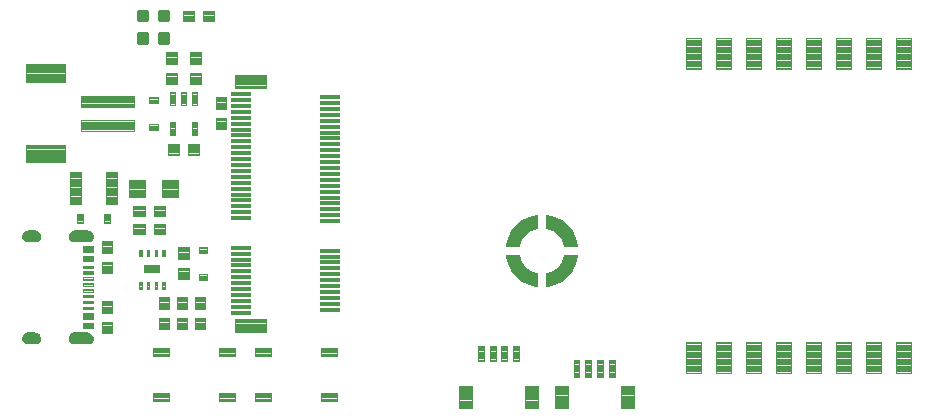
<source format=gbr>
G04 EAGLE Gerber RS-274X export*
G75*
%MOMM*%
%FSLAX34Y34*%
%LPD*%
%INSolderpaste Top*%
%IPPOS*%
%AMOC8*
5,1,8,0,0,1.08239X$1,22.5*%
G01*
%ADD10C,0.102000*%
%ADD11C,0.100000*%
%ADD12C,0.099059*%
%ADD13C,0.300000*%
%ADD14C,0.096000*%
%ADD15R,1.750000X0.300000*%
%ADD16R,1.375000X0.800000*%
%ADD17C,0.098000*%
%ADD18C,0.100800*%
%ADD19C,0.099000*%
%ADD20C,0.104000*%

G36*
X439329Y107111D02*
X439329Y107111D01*
X439374Y107112D01*
X439425Y107134D01*
X439480Y107147D01*
X439516Y107173D01*
X439556Y107191D01*
X439595Y107232D01*
X439640Y107265D01*
X439663Y107303D01*
X439693Y107335D01*
X439713Y107388D01*
X439742Y107436D01*
X439750Y107487D01*
X439763Y107521D01*
X439762Y107555D01*
X439769Y107600D01*
X439769Y118600D01*
X439759Y118653D01*
X439758Y118706D01*
X439739Y118749D01*
X439730Y118795D01*
X439699Y118839D01*
X439678Y118888D01*
X439644Y118920D01*
X439617Y118959D01*
X439572Y118988D01*
X439533Y119024D01*
X439482Y119045D01*
X439450Y119066D01*
X439418Y119071D01*
X439379Y119087D01*
X436644Y119698D01*
X434080Y120726D01*
X431716Y122153D01*
X429612Y123942D01*
X427823Y126046D01*
X426396Y128410D01*
X425368Y130974D01*
X424757Y133709D01*
X424735Y133758D01*
X424723Y133810D01*
X424695Y133848D01*
X424676Y133890D01*
X424637Y133927D01*
X424605Y133970D01*
X424565Y133994D01*
X424531Y134026D01*
X424480Y134044D01*
X424434Y134072D01*
X424380Y134081D01*
X424344Y134094D01*
X424312Y134092D01*
X424270Y134099D01*
X413270Y134099D01*
X413215Y134088D01*
X413159Y134087D01*
X413118Y134068D01*
X413075Y134060D01*
X413029Y134028D01*
X412978Y134005D01*
X412948Y133972D01*
X412911Y133947D01*
X412881Y133900D01*
X412843Y133858D01*
X412828Y133817D01*
X412804Y133780D01*
X412795Y133724D01*
X412776Y133671D01*
X412777Y133619D01*
X412771Y133583D01*
X412779Y133551D01*
X412779Y133546D01*
X412779Y133544D01*
X412779Y133543D01*
X412780Y133505D01*
X413619Y129184D01*
X413631Y129155D01*
X413639Y129113D01*
X415108Y124963D01*
X415124Y124936D01*
X415138Y124896D01*
X417204Y121009D01*
X417224Y120985D01*
X417243Y120947D01*
X419861Y117408D01*
X419885Y117387D01*
X419910Y117352D01*
X423022Y114240D01*
X423037Y114230D01*
X423045Y114219D01*
X423060Y114210D01*
X423078Y114191D01*
X426617Y111573D01*
X426645Y111560D01*
X426679Y111534D01*
X430566Y109468D01*
X430596Y109459D01*
X430633Y109438D01*
X434783Y107969D01*
X434814Y107964D01*
X434854Y107949D01*
X439175Y107110D01*
X439231Y107110D01*
X439287Y107101D01*
X439329Y107111D01*
G37*
G36*
X424323Y141111D02*
X424323Y141111D01*
X424376Y141112D01*
X424419Y141131D01*
X424465Y141140D01*
X424509Y141171D01*
X424558Y141192D01*
X424590Y141226D01*
X424629Y141253D01*
X424658Y141298D01*
X424694Y141337D01*
X424715Y141388D01*
X424736Y141420D01*
X424741Y141452D01*
X424757Y141491D01*
X425368Y144226D01*
X426396Y146790D01*
X427823Y149154D01*
X429612Y151258D01*
X431716Y153047D01*
X434080Y154474D01*
X436644Y155502D01*
X439379Y156113D01*
X439428Y156135D01*
X439480Y156147D01*
X439518Y156175D01*
X439560Y156194D01*
X439597Y156233D01*
X439640Y156265D01*
X439664Y156305D01*
X439696Y156339D01*
X439714Y156390D01*
X439742Y156436D01*
X439751Y156490D01*
X439764Y156526D01*
X439762Y156558D01*
X439769Y156600D01*
X439769Y167600D01*
X439758Y167655D01*
X439757Y167711D01*
X439738Y167752D01*
X439730Y167795D01*
X439698Y167841D01*
X439675Y167893D01*
X439642Y167922D01*
X439617Y167959D01*
X439570Y167989D01*
X439528Y168027D01*
X439487Y168042D01*
X439450Y168066D01*
X439394Y168075D01*
X439341Y168094D01*
X439289Y168093D01*
X439253Y168099D01*
X439221Y168091D01*
X439175Y168090D01*
X434854Y167251D01*
X434825Y167239D01*
X434783Y167231D01*
X430633Y165762D01*
X430606Y165746D01*
X430566Y165732D01*
X426679Y163666D01*
X426655Y163646D01*
X426617Y163627D01*
X423078Y161009D01*
X423057Y160985D01*
X423022Y160960D01*
X419910Y157848D01*
X419892Y157822D01*
X419861Y157792D01*
X417243Y154254D01*
X417230Y154225D01*
X417204Y154191D01*
X415138Y150304D01*
X415131Y150281D01*
X415122Y150267D01*
X415121Y150259D01*
X415108Y150237D01*
X413639Y146087D01*
X413634Y146056D01*
X413619Y146016D01*
X412780Y141695D01*
X412780Y141639D01*
X412771Y141583D01*
X412781Y141541D01*
X412782Y141496D01*
X412804Y141445D01*
X412817Y141390D01*
X412843Y141355D01*
X412861Y141314D01*
X412902Y141275D01*
X412935Y141230D01*
X412973Y141207D01*
X413005Y141177D01*
X413058Y141157D01*
X413106Y141128D01*
X413157Y141120D01*
X413191Y141107D01*
X413225Y141108D01*
X413270Y141101D01*
X424270Y141101D01*
X424323Y141111D01*
G37*
G36*
X473325Y141112D02*
X473325Y141112D01*
X473381Y141113D01*
X473422Y141132D01*
X473465Y141140D01*
X473511Y141172D01*
X473563Y141195D01*
X473592Y141228D01*
X473629Y141253D01*
X473659Y141300D01*
X473697Y141342D01*
X473712Y141383D01*
X473736Y141420D01*
X473745Y141476D01*
X473764Y141529D01*
X473763Y141581D01*
X473769Y141617D01*
X473761Y141649D01*
X473760Y141695D01*
X472921Y146016D01*
X472909Y146045D01*
X472901Y146087D01*
X471432Y150237D01*
X471416Y150264D01*
X471407Y150291D01*
X471405Y150297D01*
X471404Y150299D01*
X471402Y150304D01*
X469336Y154191D01*
X469316Y154215D01*
X469297Y154254D01*
X466679Y157792D01*
X466655Y157813D01*
X466630Y157848D01*
X463518Y160960D01*
X463492Y160978D01*
X463462Y161009D01*
X459924Y163627D01*
X459895Y163640D01*
X459861Y163666D01*
X455974Y165732D01*
X455944Y165741D01*
X455907Y165762D01*
X451757Y167231D01*
X451726Y167236D01*
X451686Y167251D01*
X447365Y168090D01*
X447309Y168090D01*
X447253Y168099D01*
X447211Y168089D01*
X447166Y168088D01*
X447115Y168066D01*
X447060Y168053D01*
X447025Y168027D01*
X446984Y168009D01*
X446945Y167968D01*
X446900Y167935D01*
X446877Y167897D01*
X446847Y167865D01*
X446827Y167812D01*
X446798Y167764D01*
X446790Y167713D01*
X446777Y167679D01*
X446778Y167645D01*
X446771Y167600D01*
X446771Y156600D01*
X446781Y156547D01*
X446782Y156494D01*
X446801Y156451D01*
X446810Y156405D01*
X446841Y156361D01*
X446862Y156312D01*
X446896Y156280D01*
X446923Y156241D01*
X446968Y156212D01*
X447007Y156176D01*
X447058Y156155D01*
X447090Y156134D01*
X447122Y156129D01*
X447161Y156113D01*
X449896Y155502D01*
X452460Y154474D01*
X454824Y153047D01*
X456928Y151258D01*
X458717Y149154D01*
X460144Y146790D01*
X461172Y144226D01*
X461783Y141491D01*
X461805Y141442D01*
X461817Y141390D01*
X461845Y141352D01*
X461864Y141310D01*
X461903Y141273D01*
X461935Y141230D01*
X461975Y141206D01*
X462009Y141174D01*
X462060Y141156D01*
X462106Y141128D01*
X462160Y141119D01*
X462196Y141106D01*
X462228Y141108D01*
X462270Y141101D01*
X473270Y141101D01*
X473325Y141112D01*
G37*
G36*
X447319Y107109D02*
X447319Y107109D01*
X447365Y107110D01*
X451686Y107949D01*
X451715Y107961D01*
X451757Y107969D01*
X455907Y109438D01*
X455934Y109454D01*
X455974Y109468D01*
X459861Y111534D01*
X459885Y111554D01*
X459924Y111573D01*
X463462Y114191D01*
X463483Y114215D01*
X463518Y114240D01*
X466630Y117352D01*
X466648Y117379D01*
X466679Y117408D01*
X469297Y120947D01*
X469310Y120975D01*
X469336Y121009D01*
X471402Y124896D01*
X471411Y124926D01*
X471432Y124963D01*
X472901Y129113D01*
X472906Y129144D01*
X472921Y129184D01*
X473760Y133505D01*
X473760Y133561D01*
X473769Y133617D01*
X473759Y133659D01*
X473758Y133704D01*
X473736Y133755D01*
X473723Y133810D01*
X473697Y133846D01*
X473679Y133886D01*
X473638Y133925D01*
X473605Y133970D01*
X473567Y133993D01*
X473535Y134023D01*
X473482Y134043D01*
X473434Y134072D01*
X473383Y134080D01*
X473349Y134093D01*
X473315Y134092D01*
X473270Y134099D01*
X462270Y134099D01*
X462217Y134089D01*
X462164Y134088D01*
X462121Y134069D01*
X462075Y134060D01*
X462031Y134029D01*
X461982Y134008D01*
X461950Y133974D01*
X461911Y133947D01*
X461882Y133902D01*
X461846Y133863D01*
X461825Y133812D01*
X461804Y133780D01*
X461799Y133748D01*
X461796Y133742D01*
X461795Y133741D01*
X461795Y133740D01*
X461783Y133709D01*
X461172Y130974D01*
X460144Y128410D01*
X458717Y126046D01*
X456928Y123942D01*
X454824Y122153D01*
X452460Y120726D01*
X449896Y119698D01*
X447161Y119087D01*
X447112Y119065D01*
X447060Y119053D01*
X447022Y119025D01*
X446980Y119006D01*
X446943Y118967D01*
X446900Y118935D01*
X446876Y118895D01*
X446844Y118861D01*
X446826Y118810D01*
X446798Y118764D01*
X446789Y118710D01*
X446776Y118674D01*
X446778Y118642D01*
X446771Y118600D01*
X446771Y107600D01*
X446782Y107545D01*
X446783Y107489D01*
X446802Y107448D01*
X446810Y107405D01*
X446842Y107359D01*
X446865Y107308D01*
X446898Y107278D01*
X446923Y107241D01*
X446970Y107211D01*
X447012Y107173D01*
X447053Y107158D01*
X447090Y107134D01*
X447146Y107125D01*
X447199Y107106D01*
X447251Y107107D01*
X447287Y107101D01*
X447319Y107109D01*
G37*
G36*
X59035Y58434D02*
X59035Y58434D01*
X59038Y58431D01*
X60133Y58611D01*
X60139Y58617D01*
X60144Y58614D01*
X61172Y59033D01*
X61176Y59040D01*
X61181Y59038D01*
X62090Y59676D01*
X62093Y59683D01*
X62098Y59683D01*
X62842Y60506D01*
X62843Y60514D01*
X62849Y60515D01*
X63391Y61483D01*
X63390Y61492D01*
X63396Y61494D01*
X63709Y62558D01*
X63706Y62566D01*
X63711Y62569D01*
X63779Y63677D01*
X63775Y63684D01*
X63779Y63687D01*
X63609Y64795D01*
X63603Y64801D01*
X63606Y64806D01*
X63194Y65848D01*
X63187Y65852D01*
X63189Y65857D01*
X62555Y66782D01*
X62547Y66784D01*
X62548Y66790D01*
X61725Y67550D01*
X61716Y67551D01*
X61716Y67557D01*
X60744Y68114D01*
X60736Y68113D01*
X60734Y68119D01*
X59662Y68446D01*
X59654Y68443D01*
X59651Y68448D01*
X58534Y68529D01*
X58531Y68528D01*
X58530Y68529D01*
X46530Y68529D01*
X46527Y68527D01*
X46520Y68527D01*
X46519Y68528D01*
X45575Y68309D01*
X45569Y68303D01*
X45564Y68305D01*
X44692Y67882D01*
X44689Y67874D01*
X44683Y67876D01*
X43927Y67269D01*
X43925Y67261D01*
X43919Y67261D01*
X43318Y66501D01*
X43318Y66492D01*
X43312Y66491D01*
X42894Y65616D01*
X42896Y65608D01*
X42891Y65606D01*
X42679Y64660D01*
X42682Y64653D01*
X42677Y64649D01*
X42681Y63680D01*
X42681Y63679D01*
X42700Y62611D01*
X42705Y62604D01*
X42701Y62600D01*
X42957Y61563D01*
X42964Y61558D01*
X42961Y61552D01*
X43442Y60598D01*
X43449Y60595D01*
X43448Y60589D01*
X44129Y59766D01*
X44137Y59764D01*
X44137Y59758D01*
X44984Y59107D01*
X44992Y59107D01*
X44993Y59101D01*
X45964Y58654D01*
X45972Y58656D01*
X45974Y58651D01*
X47020Y58432D01*
X47027Y58435D01*
X47030Y58431D01*
X59030Y58431D01*
X59035Y58434D01*
G37*
G36*
X59035Y144835D02*
X59035Y144835D01*
X59038Y144831D01*
X60144Y145024D01*
X60149Y145029D01*
X60149Y145030D01*
X60154Y145027D01*
X61189Y145460D01*
X61193Y145467D01*
X61198Y145465D01*
X62111Y146118D01*
X62113Y146126D01*
X62119Y146125D01*
X62863Y146964D01*
X62864Y146973D01*
X62869Y146973D01*
X63408Y147957D01*
X63407Y147965D01*
X63408Y147966D01*
X63412Y147967D01*
X63413Y147969D01*
X63595Y148610D01*
X63719Y149046D01*
X63717Y149051D01*
X63719Y149053D01*
X63717Y149055D01*
X63721Y149057D01*
X63779Y150177D01*
X63776Y150182D01*
X63779Y150186D01*
X63661Y151231D01*
X63655Y151237D01*
X63659Y151242D01*
X63311Y152236D01*
X63304Y152240D01*
X63306Y152245D01*
X62746Y153137D01*
X62739Y153140D01*
X62739Y153145D01*
X61995Y153889D01*
X61987Y153891D01*
X61987Y153896D01*
X61095Y154456D01*
X61087Y154456D01*
X61086Y154461D01*
X60092Y154809D01*
X60084Y154806D01*
X60081Y154811D01*
X59036Y154929D01*
X59032Y154927D01*
X59030Y154929D01*
X47030Y154929D01*
X47027Y154927D01*
X47024Y154927D01*
X47022Y154929D01*
X46026Y154771D01*
X46020Y154765D01*
X46015Y154768D01*
X45079Y154393D01*
X45075Y154386D01*
X45069Y154388D01*
X44240Y153814D01*
X44237Y153806D01*
X44232Y153807D01*
X43551Y153063D01*
X43550Y153054D01*
X43544Y153054D01*
X43046Y152177D01*
X43047Y152169D01*
X43042Y152166D01*
X42854Y151542D01*
X42751Y151201D01*
X42752Y151198D01*
X42751Y151197D01*
X42754Y151193D01*
X42749Y151190D01*
X42681Y150183D01*
X42682Y150181D01*
X42681Y150180D01*
X42690Y149099D01*
X42695Y149092D01*
X42691Y149088D01*
X42941Y148036D01*
X42947Y148031D01*
X42944Y148026D01*
X43421Y147056D01*
X43429Y147053D01*
X43427Y147047D01*
X44108Y146208D01*
X44116Y146206D01*
X44116Y146200D01*
X44967Y145534D01*
X44975Y145533D01*
X44976Y145528D01*
X45953Y145067D01*
X45961Y145069D01*
X45964Y145064D01*
X47019Y144832D01*
X47027Y144835D01*
X47030Y144831D01*
X59030Y144831D01*
X59035Y144835D01*
G37*
G36*
X14234Y58434D02*
X14234Y58434D01*
X14236Y58431D01*
X15369Y58581D01*
X15375Y58587D01*
X15380Y58584D01*
X16450Y58982D01*
X16454Y58989D01*
X16460Y58987D01*
X17415Y59614D01*
X17418Y59622D01*
X17423Y59621D01*
X18215Y60444D01*
X18216Y60452D01*
X18222Y60453D01*
X18811Y61432D01*
X18810Y61440D01*
X18815Y61442D01*
X19171Y62527D01*
X19169Y62535D01*
X19173Y62538D01*
X19279Y63675D01*
X19274Y63684D01*
X19278Y63689D01*
X19071Y64826D01*
X19065Y64832D01*
X19068Y64837D01*
X18613Y65899D01*
X18606Y65903D01*
X18608Y65909D01*
X17928Y66844D01*
X17920Y66846D01*
X17921Y66852D01*
X17050Y67612D01*
X17042Y67612D01*
X17041Y67618D01*
X16022Y68165D01*
X16014Y68164D01*
X16012Y68169D01*
X14898Y68476D01*
X14890Y68473D01*
X14887Y68478D01*
X13732Y68529D01*
X13731Y68528D01*
X13730Y68529D01*
X7730Y68529D01*
X7727Y68527D01*
X7722Y68527D01*
X7721Y68528D01*
X6640Y68316D01*
X6635Y68310D01*
X6630Y68313D01*
X5624Y67866D01*
X5620Y67859D01*
X5614Y67861D01*
X4733Y67201D01*
X4730Y67193D01*
X4725Y67193D01*
X4012Y66354D01*
X4012Y66346D01*
X4006Y66345D01*
X3498Y65368D01*
X3499Y65360D01*
X3494Y65358D01*
X3216Y64293D01*
X3219Y64285D01*
X3215Y64282D01*
X3181Y63182D01*
X3185Y63176D01*
X3181Y63173D01*
X3336Y62098D01*
X3342Y62092D01*
X3339Y62087D01*
X3729Y61073D01*
X3736Y61069D01*
X3735Y61063D01*
X4341Y60161D01*
X4349Y60159D01*
X4348Y60153D01*
X5140Y59409D01*
X5148Y59408D01*
X5148Y59402D01*
X6086Y58853D01*
X6094Y58854D01*
X6096Y58848D01*
X7132Y58521D01*
X7140Y58524D01*
X7143Y58519D01*
X8226Y58431D01*
X8229Y58433D01*
X8230Y58431D01*
X14230Y58431D01*
X14234Y58434D01*
G37*
G36*
X14233Y144833D02*
X14233Y144833D01*
X14235Y144831D01*
X15327Y144932D01*
X15333Y144937D01*
X15338Y144934D01*
X16381Y145275D01*
X16386Y145282D01*
X16391Y145280D01*
X17332Y145844D01*
X17335Y145852D01*
X17341Y145851D01*
X18133Y146611D01*
X18134Y146619D01*
X18140Y146620D01*
X18743Y147537D01*
X18742Y147545D01*
X18748Y147547D01*
X19131Y148575D01*
X19129Y148583D01*
X19134Y148586D01*
X19279Y149674D01*
X19275Y149681D01*
X19279Y149685D01*
X19173Y150822D01*
X19168Y150828D01*
X19171Y150833D01*
X18815Y151918D01*
X18808Y151923D01*
X18811Y151928D01*
X18222Y152907D01*
X18214Y152910D01*
X18215Y152916D01*
X17423Y153739D01*
X17415Y153740D01*
X17415Y153746D01*
X16460Y154373D01*
X16452Y154372D01*
X16450Y154378D01*
X15380Y154776D01*
X15372Y154774D01*
X15369Y154779D01*
X14236Y154929D01*
X14233Y154927D01*
X14232Y154927D01*
X14230Y154929D01*
X8230Y154929D01*
X8227Y154927D01*
X8225Y154927D01*
X8224Y154929D01*
X7091Y154779D01*
X7085Y154773D01*
X7080Y154776D01*
X6010Y154378D01*
X6006Y154371D01*
X6000Y154373D01*
X5045Y153746D01*
X5042Y153738D01*
X5037Y153739D01*
X4245Y152916D01*
X4244Y152908D01*
X4238Y152907D01*
X3649Y151928D01*
X3650Y151920D01*
X3645Y151918D01*
X3289Y150833D01*
X3292Y150825D01*
X3287Y150822D01*
X3181Y149685D01*
X3185Y149678D01*
X3181Y149674D01*
X3326Y148586D01*
X3332Y148580D01*
X3329Y148575D01*
X3713Y147547D01*
X3719Y147542D01*
X3718Y147537D01*
X4320Y146620D01*
X4328Y146617D01*
X4327Y146611D01*
X5119Y145851D01*
X5127Y145850D01*
X5128Y145844D01*
X6069Y145280D01*
X6077Y145281D01*
X6079Y145275D01*
X7122Y144934D01*
X7130Y144936D01*
X7133Y144932D01*
X8226Y144831D01*
X8228Y144833D01*
X8230Y144831D01*
X14230Y144831D01*
X14233Y144833D01*
G37*
D10*
X54340Y98190D02*
X54340Y100170D01*
X63320Y100170D01*
X63320Y98190D01*
X54340Y98190D01*
X54340Y99159D02*
X63320Y99159D01*
X63320Y100128D02*
X54340Y100128D01*
X54340Y103190D02*
X54340Y105170D01*
X63320Y105170D01*
X63320Y103190D01*
X54340Y103190D01*
X54340Y104159D02*
X63320Y104159D01*
X63320Y105128D02*
X54340Y105128D01*
X54340Y76920D02*
X54340Y71940D01*
X54340Y76920D02*
X63320Y76920D01*
X63320Y71940D01*
X54340Y71940D01*
X54340Y72909D02*
X63320Y72909D01*
X63320Y73878D02*
X54340Y73878D01*
X54340Y74847D02*
X63320Y74847D01*
X63320Y75816D02*
X54340Y75816D01*
X54340Y76785D02*
X63320Y76785D01*
X54340Y79690D02*
X54340Y84670D01*
X63320Y84670D01*
X63320Y79690D01*
X54340Y79690D01*
X54340Y80659D02*
X63320Y80659D01*
X63320Y81628D02*
X54340Y81628D01*
X54340Y82597D02*
X63320Y82597D01*
X63320Y83566D02*
X54340Y83566D01*
X54340Y84535D02*
X63320Y84535D01*
X54340Y88190D02*
X54340Y90170D01*
X63320Y90170D01*
X63320Y88190D01*
X54340Y88190D01*
X54340Y89159D02*
X63320Y89159D01*
X63320Y90128D02*
X54340Y90128D01*
X54340Y93190D02*
X54340Y95170D01*
X63320Y95170D01*
X63320Y93190D01*
X54340Y93190D01*
X54340Y94159D02*
X63320Y94159D01*
X63320Y95128D02*
X54340Y95128D01*
X63320Y113190D02*
X63320Y115170D01*
X63320Y113190D02*
X54340Y113190D01*
X54340Y115170D01*
X63320Y115170D01*
X63320Y114159D02*
X54340Y114159D01*
X54340Y115128D02*
X63320Y115128D01*
X63320Y110170D02*
X63320Y108190D01*
X54340Y108190D01*
X54340Y110170D01*
X63320Y110170D01*
X63320Y109159D02*
X54340Y109159D01*
X54340Y110128D02*
X63320Y110128D01*
X63320Y136440D02*
X63320Y141420D01*
X63320Y136440D02*
X54340Y136440D01*
X54340Y141420D01*
X63320Y141420D01*
X63320Y137409D02*
X54340Y137409D01*
X54340Y138378D02*
X63320Y138378D01*
X63320Y139347D02*
X54340Y139347D01*
X54340Y140316D02*
X63320Y140316D01*
X63320Y141285D02*
X54340Y141285D01*
X63320Y133670D02*
X63320Y128690D01*
X54340Y128690D01*
X54340Y133670D01*
X63320Y133670D01*
X63320Y129659D02*
X54340Y129659D01*
X54340Y130628D02*
X63320Y130628D01*
X63320Y131597D02*
X54340Y131597D01*
X54340Y132566D02*
X63320Y132566D01*
X63320Y133535D02*
X54340Y133535D01*
X63320Y125170D02*
X63320Y123190D01*
X54340Y123190D01*
X54340Y125170D01*
X63320Y125170D01*
X63320Y124159D02*
X54340Y124159D01*
X54340Y125128D02*
X63320Y125128D01*
X63320Y120170D02*
X63320Y118190D01*
X54340Y118190D01*
X54340Y120170D01*
X63320Y120170D01*
X63320Y119159D02*
X54340Y119159D01*
X54340Y120128D02*
X63320Y120128D01*
D11*
X70430Y135580D02*
X70430Y145580D01*
X79430Y145580D01*
X79430Y135580D01*
X70430Y135580D01*
X70430Y136530D02*
X79430Y136530D01*
X79430Y137480D02*
X70430Y137480D01*
X70430Y138430D02*
X79430Y138430D01*
X79430Y139380D02*
X70430Y139380D01*
X70430Y140330D02*
X79430Y140330D01*
X79430Y141280D02*
X70430Y141280D01*
X70430Y142230D02*
X79430Y142230D01*
X79430Y143180D02*
X70430Y143180D01*
X70430Y144130D02*
X79430Y144130D01*
X79430Y145080D02*
X70430Y145080D01*
X70430Y128580D02*
X70430Y118580D01*
X70430Y128580D02*
X79430Y128580D01*
X79430Y118580D01*
X70430Y118580D01*
X70430Y119530D02*
X79430Y119530D01*
X79430Y120480D02*
X70430Y120480D01*
X70430Y121430D02*
X79430Y121430D01*
X79430Y122380D02*
X70430Y122380D01*
X70430Y123330D02*
X79430Y123330D01*
X79430Y124280D02*
X70430Y124280D01*
X70430Y125230D02*
X79430Y125230D01*
X79430Y126180D02*
X70430Y126180D01*
X70430Y127130D02*
X79430Y127130D01*
X79430Y128080D02*
X70430Y128080D01*
X79430Y77780D02*
X79430Y67780D01*
X70430Y67780D01*
X70430Y77780D01*
X79430Y77780D01*
X79430Y68730D02*
X70430Y68730D01*
X70430Y69680D02*
X79430Y69680D01*
X79430Y70630D02*
X70430Y70630D01*
X70430Y71580D02*
X79430Y71580D01*
X79430Y72530D02*
X70430Y72530D01*
X70430Y73480D02*
X79430Y73480D01*
X79430Y74430D02*
X70430Y74430D01*
X70430Y75380D02*
X79430Y75380D01*
X79430Y76330D02*
X70430Y76330D01*
X70430Y77280D02*
X79430Y77280D01*
X79430Y84780D02*
X79430Y94780D01*
X79430Y84780D02*
X70430Y84780D01*
X70430Y94780D01*
X79430Y94780D01*
X79430Y85730D02*
X70430Y85730D01*
X70430Y86680D02*
X79430Y86680D01*
X79430Y87630D02*
X70430Y87630D01*
X70430Y88580D02*
X79430Y88580D01*
X79430Y89530D02*
X70430Y89530D01*
X70430Y90480D02*
X79430Y90480D01*
X79430Y91430D02*
X70430Y91430D01*
X70430Y92380D02*
X79430Y92380D01*
X79430Y93330D02*
X70430Y93330D01*
X70430Y94280D02*
X79430Y94280D01*
D12*
X169405Y17285D02*
X169405Y10655D01*
X169405Y17285D02*
X183655Y17285D01*
X183655Y10655D01*
X169405Y10655D01*
X169405Y11596D02*
X183655Y11596D01*
X183655Y12537D02*
X169405Y12537D01*
X169405Y13478D02*
X183655Y13478D01*
X183655Y14419D02*
X169405Y14419D01*
X169405Y15360D02*
X183655Y15360D01*
X183655Y16301D02*
X169405Y16301D01*
X169405Y17242D02*
X183655Y17242D01*
X113525Y17285D02*
X113525Y10655D01*
X113525Y17285D02*
X127775Y17285D01*
X127775Y10655D01*
X113525Y10655D01*
X113525Y11596D02*
X127775Y11596D01*
X127775Y12537D02*
X113525Y12537D01*
X113525Y13478D02*
X127775Y13478D01*
X127775Y14419D02*
X113525Y14419D01*
X113525Y15360D02*
X127775Y15360D01*
X127775Y16301D02*
X113525Y16301D01*
X113525Y17242D02*
X127775Y17242D01*
X169405Y48755D02*
X169405Y55385D01*
X183655Y55385D01*
X183655Y48755D01*
X169405Y48755D01*
X169405Y49696D02*
X183655Y49696D01*
X183655Y50637D02*
X169405Y50637D01*
X169405Y51578D02*
X183655Y51578D01*
X183655Y52519D02*
X169405Y52519D01*
X169405Y53460D02*
X183655Y53460D01*
X183655Y54401D02*
X169405Y54401D01*
X169405Y55342D02*
X183655Y55342D01*
X113525Y55385D02*
X113525Y48755D01*
X113525Y55385D02*
X127775Y55385D01*
X127775Y48755D01*
X113525Y48755D01*
X113525Y49696D02*
X127775Y49696D01*
X127775Y50637D02*
X113525Y50637D01*
X113525Y51578D02*
X127775Y51578D01*
X127775Y52519D02*
X113525Y52519D01*
X113525Y53460D02*
X127775Y53460D01*
X127775Y54401D02*
X113525Y54401D01*
X113525Y55342D02*
X127775Y55342D01*
X255765Y17285D02*
X255765Y10655D01*
X255765Y17285D02*
X270015Y17285D01*
X270015Y10655D01*
X255765Y10655D01*
X255765Y11596D02*
X270015Y11596D01*
X270015Y12537D02*
X255765Y12537D01*
X255765Y13478D02*
X270015Y13478D01*
X270015Y14419D02*
X255765Y14419D01*
X255765Y15360D02*
X270015Y15360D01*
X270015Y16301D02*
X255765Y16301D01*
X255765Y17242D02*
X270015Y17242D01*
X199885Y17285D02*
X199885Y10655D01*
X199885Y17285D02*
X214135Y17285D01*
X214135Y10655D01*
X199885Y10655D01*
X199885Y11596D02*
X214135Y11596D01*
X214135Y12537D02*
X199885Y12537D01*
X199885Y13478D02*
X214135Y13478D01*
X214135Y14419D02*
X199885Y14419D01*
X199885Y15360D02*
X214135Y15360D01*
X214135Y16301D02*
X199885Y16301D01*
X199885Y17242D02*
X214135Y17242D01*
X255765Y48755D02*
X255765Y55385D01*
X270015Y55385D01*
X270015Y48755D01*
X255765Y48755D01*
X255765Y49696D02*
X270015Y49696D01*
X270015Y50637D02*
X255765Y50637D01*
X255765Y51578D02*
X270015Y51578D01*
X270015Y52519D02*
X255765Y52519D01*
X255765Y53460D02*
X270015Y53460D01*
X270015Y54401D02*
X255765Y54401D01*
X255765Y55342D02*
X270015Y55342D01*
X199885Y55385D02*
X199885Y48755D01*
X199885Y55385D02*
X214135Y55385D01*
X214135Y48755D01*
X199885Y48755D01*
X199885Y49696D02*
X214135Y49696D01*
X214135Y50637D02*
X199885Y50637D01*
X199885Y51578D02*
X214135Y51578D01*
X214135Y52519D02*
X199885Y52519D01*
X199885Y53460D02*
X214135Y53460D01*
X214135Y54401D02*
X199885Y54401D01*
X199885Y55342D02*
X214135Y55342D01*
D11*
X148900Y332050D02*
X138900Y332050D01*
X138900Y341050D01*
X148900Y341050D01*
X148900Y332050D01*
X148900Y333000D02*
X138900Y333000D01*
X138900Y333950D02*
X148900Y333950D01*
X148900Y334900D02*
X138900Y334900D01*
X138900Y335850D02*
X148900Y335850D01*
X148900Y336800D02*
X138900Y336800D01*
X138900Y337750D02*
X148900Y337750D01*
X148900Y338700D02*
X138900Y338700D01*
X138900Y339650D02*
X148900Y339650D01*
X148900Y340600D02*
X138900Y340600D01*
X155900Y332050D02*
X165900Y332050D01*
X155900Y332050D02*
X155900Y341050D01*
X165900Y341050D01*
X165900Y332050D01*
X165900Y333000D02*
X155900Y333000D01*
X155900Y333950D02*
X165900Y333950D01*
X165900Y334900D02*
X155900Y334900D01*
X155900Y335850D02*
X165900Y335850D01*
X165900Y336800D02*
X155900Y336800D01*
X155900Y337750D02*
X165900Y337750D01*
X165900Y338700D02*
X155900Y338700D01*
X155900Y339650D02*
X165900Y339650D01*
X165900Y340600D02*
X155900Y340600D01*
D13*
X109030Y340050D02*
X109030Y333050D01*
X102030Y333050D01*
X102030Y340050D01*
X109030Y340050D01*
X109030Y335900D02*
X102030Y335900D01*
X102030Y338750D02*
X109030Y338750D01*
X126570Y340050D02*
X126570Y333050D01*
X119570Y333050D01*
X119570Y340050D01*
X126570Y340050D01*
X126570Y335900D02*
X119570Y335900D01*
X119570Y338750D02*
X126570Y338750D01*
D14*
X209570Y79820D02*
X209570Y68780D01*
X183030Y68780D01*
X183030Y79820D01*
X209570Y79820D01*
X209570Y69692D02*
X183030Y69692D01*
X183030Y70604D02*
X209570Y70604D01*
X209570Y71516D02*
X183030Y71516D01*
X183030Y72428D02*
X209570Y72428D01*
X209570Y73340D02*
X183030Y73340D01*
X183030Y74252D02*
X209570Y74252D01*
X209570Y75164D02*
X183030Y75164D01*
X183030Y76076D02*
X209570Y76076D01*
X209570Y76988D02*
X183030Y76988D01*
X183030Y77900D02*
X209570Y77900D01*
X209570Y78812D02*
X183030Y78812D01*
X183030Y79724D02*
X209570Y79724D01*
X209570Y275780D02*
X209570Y286820D01*
X209570Y275780D02*
X183030Y275780D01*
X183030Y286820D01*
X209570Y286820D01*
X209570Y276692D02*
X183030Y276692D01*
X183030Y277604D02*
X209570Y277604D01*
X209570Y278516D02*
X183030Y278516D01*
X183030Y279428D02*
X209570Y279428D01*
X209570Y280340D02*
X183030Y280340D01*
X183030Y281252D02*
X209570Y281252D01*
X209570Y282164D02*
X183030Y282164D01*
X183030Y283076D02*
X209570Y283076D01*
X209570Y283988D02*
X183030Y283988D01*
X183030Y284900D02*
X209570Y284900D01*
X209570Y285812D02*
X183030Y285812D01*
X183030Y286724D02*
X209570Y286724D01*
D15*
X264050Y267800D03*
X264050Y257800D03*
X264050Y252800D03*
X264050Y262800D03*
X264050Y247800D03*
X264050Y237800D03*
X264050Y232800D03*
X264050Y242800D03*
X264050Y227800D03*
X264050Y217800D03*
X264050Y212800D03*
X264050Y222800D03*
X264050Y207800D03*
X264050Y197800D03*
X264050Y192800D03*
X264050Y202800D03*
X264050Y187800D03*
X264050Y177800D03*
X264050Y172800D03*
X264050Y182800D03*
X264050Y167800D03*
X264050Y162800D03*
X264050Y137800D03*
X264050Y132800D03*
X264050Y127800D03*
X264050Y117800D03*
X264050Y112800D03*
X264050Y122800D03*
X264050Y107800D03*
X264050Y97800D03*
X264050Y92800D03*
X264050Y102800D03*
X264050Y87800D03*
X188550Y270300D03*
X188550Y260300D03*
X188550Y255300D03*
X188550Y265300D03*
X188550Y250300D03*
X188550Y240300D03*
X188550Y235300D03*
X188550Y245300D03*
X188550Y230300D03*
X188550Y220300D03*
X188550Y215300D03*
X188550Y225300D03*
X188550Y210300D03*
X188550Y200300D03*
X188550Y195300D03*
X188550Y205300D03*
X188550Y190300D03*
X188550Y180300D03*
X188550Y175300D03*
X188550Y185300D03*
X188550Y170300D03*
X188550Y165300D03*
X188550Y140300D03*
X188550Y135300D03*
X188550Y130300D03*
X188550Y120300D03*
X188550Y115300D03*
X188550Y125300D03*
X188550Y110300D03*
X188550Y100300D03*
X188550Y95300D03*
X188550Y105300D03*
X188550Y90300D03*
X188550Y85300D03*
D14*
X372880Y4530D02*
X383920Y4530D01*
X372880Y4530D02*
X372880Y23570D01*
X383920Y23570D01*
X383920Y4530D01*
X383920Y5442D02*
X372880Y5442D01*
X372880Y6354D02*
X383920Y6354D01*
X383920Y7266D02*
X372880Y7266D01*
X372880Y8178D02*
X383920Y8178D01*
X383920Y9090D02*
X372880Y9090D01*
X372880Y10002D02*
X383920Y10002D01*
X383920Y10914D02*
X372880Y10914D01*
X372880Y11826D02*
X383920Y11826D01*
X383920Y12738D02*
X372880Y12738D01*
X372880Y13650D02*
X383920Y13650D01*
X383920Y14562D02*
X372880Y14562D01*
X372880Y15474D02*
X383920Y15474D01*
X383920Y16386D02*
X372880Y16386D01*
X372880Y17298D02*
X383920Y17298D01*
X383920Y18210D02*
X372880Y18210D01*
X372880Y19122D02*
X383920Y19122D01*
X383920Y20034D02*
X372880Y20034D01*
X372880Y20946D02*
X383920Y20946D01*
X383920Y21858D02*
X372880Y21858D01*
X372880Y22770D02*
X383920Y22770D01*
X428880Y4530D02*
X439920Y4530D01*
X428880Y4530D02*
X428880Y23570D01*
X439920Y23570D01*
X439920Y4530D01*
X439920Y5442D02*
X428880Y5442D01*
X428880Y6354D02*
X439920Y6354D01*
X439920Y7266D02*
X428880Y7266D01*
X428880Y8178D02*
X439920Y8178D01*
X439920Y9090D02*
X428880Y9090D01*
X428880Y10002D02*
X439920Y10002D01*
X439920Y10914D02*
X428880Y10914D01*
X428880Y11826D02*
X439920Y11826D01*
X439920Y12738D02*
X428880Y12738D01*
X428880Y13650D02*
X439920Y13650D01*
X439920Y14562D02*
X428880Y14562D01*
X428880Y15474D02*
X439920Y15474D01*
X439920Y16386D02*
X428880Y16386D01*
X428880Y17298D02*
X439920Y17298D01*
X439920Y18210D02*
X428880Y18210D01*
X428880Y19122D02*
X439920Y19122D01*
X439920Y20034D02*
X428880Y20034D01*
X428880Y20946D02*
X439920Y20946D01*
X439920Y21858D02*
X428880Y21858D01*
X428880Y22770D02*
X439920Y22770D01*
D10*
X393890Y44560D02*
X388910Y44560D01*
X388910Y57040D01*
X393890Y57040D01*
X393890Y44560D01*
X393890Y45529D02*
X388910Y45529D01*
X388910Y46498D02*
X393890Y46498D01*
X393890Y47467D02*
X388910Y47467D01*
X388910Y48436D02*
X393890Y48436D01*
X393890Y49405D02*
X388910Y49405D01*
X388910Y50374D02*
X393890Y50374D01*
X393890Y51343D02*
X388910Y51343D01*
X388910Y52312D02*
X393890Y52312D01*
X393890Y53281D02*
X388910Y53281D01*
X388910Y54250D02*
X393890Y54250D01*
X393890Y55219D02*
X388910Y55219D01*
X388910Y56188D02*
X393890Y56188D01*
X398910Y44560D02*
X403890Y44560D01*
X398910Y44560D02*
X398910Y57040D01*
X403890Y57040D01*
X403890Y44560D01*
X403890Y45529D02*
X398910Y45529D01*
X398910Y46498D02*
X403890Y46498D01*
X403890Y47467D02*
X398910Y47467D01*
X398910Y48436D02*
X403890Y48436D01*
X403890Y49405D02*
X398910Y49405D01*
X398910Y50374D02*
X403890Y50374D01*
X403890Y51343D02*
X398910Y51343D01*
X398910Y52312D02*
X403890Y52312D01*
X403890Y53281D02*
X398910Y53281D01*
X398910Y54250D02*
X403890Y54250D01*
X403890Y55219D02*
X398910Y55219D01*
X398910Y56188D02*
X403890Y56188D01*
X408910Y44560D02*
X413890Y44560D01*
X408910Y44560D02*
X408910Y57040D01*
X413890Y57040D01*
X413890Y44560D01*
X413890Y45529D02*
X408910Y45529D01*
X408910Y46498D02*
X413890Y46498D01*
X413890Y47467D02*
X408910Y47467D01*
X408910Y48436D02*
X413890Y48436D01*
X413890Y49405D02*
X408910Y49405D01*
X408910Y50374D02*
X413890Y50374D01*
X413890Y51343D02*
X408910Y51343D01*
X408910Y52312D02*
X413890Y52312D01*
X413890Y53281D02*
X408910Y53281D01*
X408910Y54250D02*
X413890Y54250D01*
X413890Y55219D02*
X408910Y55219D01*
X408910Y56188D02*
X413890Y56188D01*
X418910Y44560D02*
X423890Y44560D01*
X418910Y44560D02*
X418910Y57040D01*
X423890Y57040D01*
X423890Y44560D01*
X423890Y45529D02*
X418910Y45529D01*
X418910Y46498D02*
X423890Y46498D01*
X423890Y47467D02*
X418910Y47467D01*
X418910Y48436D02*
X423890Y48436D01*
X423890Y49405D02*
X418910Y49405D01*
X418910Y50374D02*
X423890Y50374D01*
X423890Y51343D02*
X418910Y51343D01*
X418910Y52312D02*
X423890Y52312D01*
X423890Y53281D02*
X418910Y53281D01*
X418910Y54250D02*
X423890Y54250D01*
X423890Y55219D02*
X418910Y55219D01*
X418910Y56188D02*
X423890Y56188D01*
D11*
X97600Y239500D02*
X97600Y248500D01*
X97600Y239500D02*
X52600Y239500D01*
X52600Y248500D01*
X97600Y248500D01*
X97600Y240450D02*
X52600Y240450D01*
X52600Y241400D02*
X97600Y241400D01*
X97600Y242350D02*
X52600Y242350D01*
X52600Y243300D02*
X97600Y243300D01*
X97600Y244250D02*
X52600Y244250D01*
X52600Y245200D02*
X97600Y245200D01*
X97600Y246150D02*
X52600Y246150D01*
X52600Y247100D02*
X97600Y247100D01*
X97600Y248050D02*
X52600Y248050D01*
X97600Y259500D02*
X97600Y268500D01*
X97600Y259500D02*
X52600Y259500D01*
X52600Y268500D01*
X97600Y268500D01*
X97600Y260450D02*
X52600Y260450D01*
X52600Y261400D02*
X97600Y261400D01*
X97600Y262350D02*
X52600Y262350D01*
X52600Y263300D02*
X97600Y263300D01*
X97600Y264250D02*
X52600Y264250D01*
X52600Y265200D02*
X97600Y265200D01*
X97600Y266150D02*
X52600Y266150D01*
X52600Y267100D02*
X97600Y267100D01*
X97600Y268050D02*
X52600Y268050D01*
D14*
X39620Y227520D02*
X6580Y227520D01*
X39620Y227520D02*
X39620Y212480D01*
X6580Y212480D01*
X6580Y227520D01*
X6580Y213392D02*
X39620Y213392D01*
X39620Y214304D02*
X6580Y214304D01*
X6580Y215216D02*
X39620Y215216D01*
X39620Y216128D02*
X6580Y216128D01*
X6580Y217040D02*
X39620Y217040D01*
X39620Y217952D02*
X6580Y217952D01*
X6580Y218864D02*
X39620Y218864D01*
X39620Y219776D02*
X6580Y219776D01*
X6580Y220688D02*
X39620Y220688D01*
X39620Y221600D02*
X6580Y221600D01*
X6580Y222512D02*
X39620Y222512D01*
X39620Y223424D02*
X6580Y223424D01*
X6580Y224336D02*
X39620Y224336D01*
X39620Y225248D02*
X6580Y225248D01*
X6580Y226160D02*
X39620Y226160D01*
X39620Y227072D02*
X6580Y227072D01*
X6580Y295520D02*
X39620Y295520D01*
X39620Y280480D01*
X6580Y280480D01*
X6580Y295520D01*
X6580Y281392D02*
X39620Y281392D01*
X39620Y282304D02*
X6580Y282304D01*
X6580Y283216D02*
X39620Y283216D01*
X39620Y284128D02*
X6580Y284128D01*
X6580Y285040D02*
X39620Y285040D01*
X39620Y285952D02*
X6580Y285952D01*
X6580Y286864D02*
X39620Y286864D01*
X39620Y287776D02*
X6580Y287776D01*
X6580Y288688D02*
X39620Y288688D01*
X39620Y289600D02*
X6580Y289600D01*
X6580Y290512D02*
X39620Y290512D01*
X39620Y291424D02*
X6580Y291424D01*
X6580Y292336D02*
X39620Y292336D01*
X39620Y293248D02*
X6580Y293248D01*
X6580Y294160D02*
X39620Y294160D01*
X39620Y295072D02*
X6580Y295072D01*
D16*
X113030Y121920D03*
D10*
X104270Y105430D02*
X102290Y105430D01*
X102290Y110910D01*
X104270Y110910D01*
X104270Y105430D01*
X104270Y106399D02*
X102290Y106399D01*
X102290Y107368D02*
X104270Y107368D01*
X104270Y108337D02*
X102290Y108337D01*
X102290Y109306D02*
X104270Y109306D01*
X104270Y110275D02*
X102290Y110275D01*
X108790Y105430D02*
X110770Y105430D01*
X108790Y105430D02*
X108790Y110910D01*
X110770Y110910D01*
X110770Y105430D01*
X110770Y106399D02*
X108790Y106399D01*
X108790Y107368D02*
X110770Y107368D01*
X110770Y108337D02*
X108790Y108337D01*
X108790Y109306D02*
X110770Y109306D01*
X110770Y110275D02*
X108790Y110275D01*
X115290Y105430D02*
X117270Y105430D01*
X115290Y105430D02*
X115290Y110910D01*
X117270Y110910D01*
X117270Y105430D01*
X117270Y106399D02*
X115290Y106399D01*
X115290Y107368D02*
X117270Y107368D01*
X117270Y108337D02*
X115290Y108337D01*
X115290Y109306D02*
X117270Y109306D01*
X117270Y110275D02*
X115290Y110275D01*
X121790Y105430D02*
X123770Y105430D01*
X121790Y105430D02*
X121790Y110910D01*
X123770Y110910D01*
X123770Y105430D01*
X123770Y106399D02*
X121790Y106399D01*
X121790Y107368D02*
X123770Y107368D01*
X123770Y108337D02*
X121790Y108337D01*
X121790Y109306D02*
X123770Y109306D01*
X123770Y110275D02*
X121790Y110275D01*
X121790Y138410D02*
X123770Y138410D01*
X123770Y132930D01*
X121790Y132930D01*
X121790Y138410D01*
X121790Y133899D02*
X123770Y133899D01*
X123770Y134868D02*
X121790Y134868D01*
X121790Y135837D02*
X123770Y135837D01*
X123770Y136806D02*
X121790Y136806D01*
X121790Y137775D02*
X123770Y137775D01*
X117270Y138410D02*
X115290Y138410D01*
X117270Y138410D02*
X117270Y132930D01*
X115290Y132930D01*
X115290Y138410D01*
X115290Y133899D02*
X117270Y133899D01*
X117270Y134868D02*
X115290Y134868D01*
X115290Y135837D02*
X117270Y135837D01*
X117270Y136806D02*
X115290Y136806D01*
X115290Y137775D02*
X117270Y137775D01*
X110770Y138410D02*
X108790Y138410D01*
X110770Y138410D02*
X110770Y132930D01*
X108790Y132930D01*
X108790Y138410D01*
X108790Y133899D02*
X110770Y133899D01*
X110770Y134868D02*
X108790Y134868D01*
X108790Y135837D02*
X110770Y135837D01*
X110770Y136806D02*
X108790Y136806D01*
X108790Y137775D02*
X110770Y137775D01*
X104270Y138410D02*
X102290Y138410D01*
X104270Y138410D02*
X104270Y132930D01*
X102290Y132930D01*
X102290Y138410D01*
X102290Y133899D02*
X104270Y133899D01*
X104270Y134868D02*
X102290Y134868D01*
X102290Y135837D02*
X104270Y135837D01*
X104270Y136806D02*
X102290Y136806D01*
X102290Y137775D02*
X104270Y137775D01*
D11*
X107380Y151710D02*
X97380Y151710D01*
X97380Y160710D01*
X107380Y160710D01*
X107380Y151710D01*
X107380Y152660D02*
X97380Y152660D01*
X97380Y153610D02*
X107380Y153610D01*
X107380Y154560D02*
X97380Y154560D01*
X97380Y155510D02*
X107380Y155510D01*
X107380Y156460D02*
X97380Y156460D01*
X97380Y157410D02*
X107380Y157410D01*
X107380Y158360D02*
X97380Y158360D01*
X97380Y159310D02*
X107380Y159310D01*
X107380Y160260D02*
X97380Y160260D01*
X114380Y151710D02*
X124380Y151710D01*
X114380Y151710D02*
X114380Y160710D01*
X124380Y160710D01*
X124380Y151710D01*
X124380Y152660D02*
X114380Y152660D01*
X114380Y153610D02*
X124380Y153610D01*
X124380Y154560D02*
X114380Y154560D01*
X114380Y155510D02*
X124380Y155510D01*
X124380Y156460D02*
X114380Y156460D01*
X114380Y157410D02*
X124380Y157410D01*
X124380Y158360D02*
X114380Y158360D01*
X114380Y159310D02*
X124380Y159310D01*
X124380Y160260D02*
X114380Y160260D01*
X107380Y166950D02*
X97380Y166950D01*
X97380Y175950D01*
X107380Y175950D01*
X107380Y166950D01*
X107380Y167900D02*
X97380Y167900D01*
X97380Y168850D02*
X107380Y168850D01*
X107380Y169800D02*
X97380Y169800D01*
X97380Y170750D02*
X107380Y170750D01*
X107380Y171700D02*
X97380Y171700D01*
X97380Y172650D02*
X107380Y172650D01*
X107380Y173600D02*
X97380Y173600D01*
X97380Y174550D02*
X107380Y174550D01*
X107380Y175500D02*
X97380Y175500D01*
X114380Y166950D02*
X124380Y166950D01*
X114380Y166950D02*
X114380Y175950D01*
X124380Y175950D01*
X124380Y166950D01*
X124380Y167900D02*
X114380Y167900D01*
X114380Y168850D02*
X124380Y168850D01*
X124380Y169800D02*
X114380Y169800D01*
X114380Y170750D02*
X124380Y170750D01*
X124380Y171700D02*
X114380Y171700D01*
X114380Y172650D02*
X124380Y172650D01*
X124380Y173600D02*
X114380Y173600D01*
X114380Y174550D02*
X124380Y174550D01*
X124380Y175500D02*
X114380Y175500D01*
D17*
X121790Y182990D02*
X121790Y198010D01*
X134810Y198010D01*
X134810Y182990D01*
X121790Y182990D01*
X121790Y183921D02*
X134810Y183921D01*
X134810Y184852D02*
X121790Y184852D01*
X121790Y185783D02*
X134810Y185783D01*
X134810Y186714D02*
X121790Y186714D01*
X121790Y187645D02*
X134810Y187645D01*
X134810Y188576D02*
X121790Y188576D01*
X121790Y189507D02*
X134810Y189507D01*
X134810Y190438D02*
X121790Y190438D01*
X121790Y191369D02*
X134810Y191369D01*
X134810Y192300D02*
X121790Y192300D01*
X121790Y193231D02*
X134810Y193231D01*
X134810Y194162D02*
X121790Y194162D01*
X121790Y195093D02*
X134810Y195093D01*
X134810Y196024D02*
X121790Y196024D01*
X121790Y196955D02*
X134810Y196955D01*
X134810Y197886D02*
X121790Y197886D01*
X93790Y198010D02*
X93790Y182990D01*
X93790Y198010D02*
X106810Y198010D01*
X106810Y182990D01*
X93790Y182990D01*
X93790Y183921D02*
X106810Y183921D01*
X106810Y184852D02*
X93790Y184852D01*
X93790Y185783D02*
X106810Y185783D01*
X106810Y186714D02*
X93790Y186714D01*
X93790Y187645D02*
X106810Y187645D01*
X106810Y188576D02*
X93790Y188576D01*
X93790Y189507D02*
X106810Y189507D01*
X106810Y190438D02*
X93790Y190438D01*
X93790Y191369D02*
X106810Y191369D01*
X106810Y192300D02*
X93790Y192300D01*
X93790Y193231D02*
X106810Y193231D01*
X106810Y194162D02*
X93790Y194162D01*
X93790Y195093D02*
X106810Y195093D01*
X106810Y196024D02*
X93790Y196024D01*
X93790Y196955D02*
X106810Y196955D01*
X106810Y197886D02*
X93790Y197886D01*
D11*
X135200Y140500D02*
X135200Y130500D01*
X135200Y140500D02*
X144200Y140500D01*
X144200Y130500D01*
X135200Y130500D01*
X135200Y131450D02*
X144200Y131450D01*
X144200Y132400D02*
X135200Y132400D01*
X135200Y133350D02*
X144200Y133350D01*
X144200Y134300D02*
X135200Y134300D01*
X135200Y135250D02*
X144200Y135250D01*
X144200Y136200D02*
X135200Y136200D01*
X135200Y137150D02*
X144200Y137150D01*
X144200Y138100D02*
X135200Y138100D01*
X135200Y139050D02*
X144200Y139050D01*
X144200Y140000D02*
X135200Y140000D01*
X135200Y123500D02*
X135200Y113500D01*
X135200Y123500D02*
X144200Y123500D01*
X144200Y113500D01*
X135200Y113500D01*
X135200Y114450D02*
X144200Y114450D01*
X144200Y115400D02*
X135200Y115400D01*
X135200Y116350D02*
X144200Y116350D01*
X144200Y117300D02*
X135200Y117300D01*
X135200Y118250D02*
X144200Y118250D01*
X144200Y119200D02*
X135200Y119200D01*
X135200Y120150D02*
X144200Y120150D01*
X144200Y121100D02*
X135200Y121100D01*
X135200Y122050D02*
X144200Y122050D01*
X144200Y123000D02*
X135200Y123000D01*
D18*
X152564Y135854D02*
X152564Y141146D01*
X159856Y141146D01*
X159856Y135854D01*
X152564Y135854D01*
X152564Y136812D02*
X159856Y136812D01*
X159856Y137770D02*
X152564Y137770D01*
X152564Y138728D02*
X159856Y138728D01*
X159856Y139686D02*
X152564Y139686D01*
X152564Y140644D02*
X159856Y140644D01*
X152564Y118146D02*
X152564Y112854D01*
X152564Y118146D02*
X159856Y118146D01*
X159856Y112854D01*
X152564Y112854D01*
X152564Y113812D02*
X159856Y113812D01*
X159856Y114770D02*
X152564Y114770D01*
X152564Y115728D02*
X159856Y115728D01*
X159856Y116686D02*
X152564Y116686D01*
X152564Y117644D02*
X159856Y117644D01*
D11*
X118690Y98200D02*
X118690Y88200D01*
X118690Y98200D02*
X127690Y98200D01*
X127690Y88200D01*
X118690Y88200D01*
X118690Y89150D02*
X127690Y89150D01*
X127690Y90100D02*
X118690Y90100D01*
X118690Y91050D02*
X127690Y91050D01*
X127690Y92000D02*
X118690Y92000D01*
X118690Y92950D02*
X127690Y92950D01*
X127690Y93900D02*
X118690Y93900D01*
X118690Y94850D02*
X127690Y94850D01*
X127690Y95800D02*
X118690Y95800D01*
X118690Y96750D02*
X127690Y96750D01*
X127690Y97700D02*
X118690Y97700D01*
X118690Y81200D02*
X118690Y71200D01*
X118690Y81200D02*
X127690Y81200D01*
X127690Y71200D01*
X118690Y71200D01*
X118690Y72150D02*
X127690Y72150D01*
X127690Y73100D02*
X118690Y73100D01*
X118690Y74050D02*
X127690Y74050D01*
X127690Y75000D02*
X118690Y75000D01*
X118690Y75950D02*
X127690Y75950D01*
X127690Y76900D02*
X118690Y76900D01*
X118690Y77850D02*
X127690Y77850D01*
X127690Y78800D02*
X118690Y78800D01*
X118690Y79750D02*
X127690Y79750D01*
X127690Y80700D02*
X118690Y80700D01*
X133930Y88200D02*
X133930Y98200D01*
X142930Y98200D01*
X142930Y88200D01*
X133930Y88200D01*
X133930Y89150D02*
X142930Y89150D01*
X142930Y90100D02*
X133930Y90100D01*
X133930Y91050D02*
X142930Y91050D01*
X142930Y92000D02*
X133930Y92000D01*
X133930Y92950D02*
X142930Y92950D01*
X142930Y93900D02*
X133930Y93900D01*
X133930Y94850D02*
X142930Y94850D01*
X142930Y95800D02*
X133930Y95800D01*
X133930Y96750D02*
X142930Y96750D01*
X142930Y97700D02*
X133930Y97700D01*
X133930Y81200D02*
X133930Y71200D01*
X133930Y81200D02*
X142930Y81200D01*
X142930Y71200D01*
X133930Y71200D01*
X133930Y72150D02*
X142930Y72150D01*
X142930Y73100D02*
X133930Y73100D01*
X133930Y74050D02*
X142930Y74050D01*
X142930Y75000D02*
X133930Y75000D01*
X133930Y75950D02*
X142930Y75950D01*
X142930Y76900D02*
X133930Y76900D01*
X133930Y77850D02*
X142930Y77850D01*
X142930Y78800D02*
X133930Y78800D01*
X133930Y79750D02*
X142930Y79750D01*
X142930Y80700D02*
X133930Y80700D01*
X149170Y88200D02*
X149170Y98200D01*
X158170Y98200D01*
X158170Y88200D01*
X149170Y88200D01*
X149170Y89150D02*
X158170Y89150D01*
X158170Y90100D02*
X149170Y90100D01*
X149170Y91050D02*
X158170Y91050D01*
X158170Y92000D02*
X149170Y92000D01*
X149170Y92950D02*
X158170Y92950D01*
X158170Y93900D02*
X149170Y93900D01*
X149170Y94850D02*
X158170Y94850D01*
X158170Y95800D02*
X149170Y95800D01*
X149170Y96750D02*
X158170Y96750D01*
X158170Y97700D02*
X149170Y97700D01*
X149170Y81200D02*
X149170Y71200D01*
X149170Y81200D02*
X158170Y81200D01*
X158170Y71200D01*
X149170Y71200D01*
X149170Y72150D02*
X158170Y72150D01*
X158170Y73100D02*
X149170Y73100D01*
X149170Y74050D02*
X158170Y74050D01*
X158170Y75000D02*
X149170Y75000D01*
X149170Y75950D02*
X158170Y75950D01*
X158170Y76900D02*
X149170Y76900D01*
X149170Y77850D02*
X158170Y77850D01*
X158170Y78800D02*
X149170Y78800D01*
X149170Y79750D02*
X158170Y79750D01*
X158170Y80700D02*
X149170Y80700D01*
X53000Y177000D02*
X44000Y177000D01*
X44000Y204000D01*
X53000Y204000D01*
X53000Y177000D01*
X53000Y177950D02*
X44000Y177950D01*
X44000Y178900D02*
X53000Y178900D01*
X53000Y179850D02*
X44000Y179850D01*
X44000Y180800D02*
X53000Y180800D01*
X53000Y181750D02*
X44000Y181750D01*
X44000Y182700D02*
X53000Y182700D01*
X53000Y183650D02*
X44000Y183650D01*
X44000Y184600D02*
X53000Y184600D01*
X53000Y185550D02*
X44000Y185550D01*
X44000Y186500D02*
X53000Y186500D01*
X53000Y187450D02*
X44000Y187450D01*
X44000Y188400D02*
X53000Y188400D01*
X53000Y189350D02*
X44000Y189350D01*
X44000Y190300D02*
X53000Y190300D01*
X53000Y191250D02*
X44000Y191250D01*
X44000Y192200D02*
X53000Y192200D01*
X53000Y193150D02*
X44000Y193150D01*
X44000Y194100D02*
X53000Y194100D01*
X53000Y195050D02*
X44000Y195050D01*
X44000Y196000D02*
X53000Y196000D01*
X53000Y196950D02*
X44000Y196950D01*
X44000Y197900D02*
X53000Y197900D01*
X53000Y198850D02*
X44000Y198850D01*
X44000Y199800D02*
X53000Y199800D01*
X53000Y200750D02*
X44000Y200750D01*
X44000Y201700D02*
X53000Y201700D01*
X53000Y202650D02*
X44000Y202650D01*
X44000Y203600D02*
X53000Y203600D01*
X74000Y177000D02*
X83000Y177000D01*
X74000Y177000D02*
X74000Y204000D01*
X83000Y204000D01*
X83000Y177000D01*
X83000Y177950D02*
X74000Y177950D01*
X74000Y178900D02*
X83000Y178900D01*
X83000Y179850D02*
X74000Y179850D01*
X74000Y180800D02*
X83000Y180800D01*
X83000Y181750D02*
X74000Y181750D01*
X74000Y182700D02*
X83000Y182700D01*
X83000Y183650D02*
X74000Y183650D01*
X74000Y184600D02*
X83000Y184600D01*
X83000Y185550D02*
X74000Y185550D01*
X74000Y186500D02*
X83000Y186500D01*
X83000Y187450D02*
X74000Y187450D01*
X74000Y188400D02*
X83000Y188400D01*
X83000Y189350D02*
X74000Y189350D01*
X74000Y190300D02*
X83000Y190300D01*
X83000Y191250D02*
X74000Y191250D01*
X74000Y192200D02*
X83000Y192200D01*
X83000Y193150D02*
X74000Y193150D01*
X74000Y194100D02*
X83000Y194100D01*
X83000Y195050D02*
X74000Y195050D01*
X74000Y196000D02*
X83000Y196000D01*
X83000Y196950D02*
X74000Y196950D01*
X74000Y197900D02*
X83000Y197900D01*
X83000Y198850D02*
X74000Y198850D01*
X74000Y199800D02*
X83000Y199800D01*
X83000Y200750D02*
X74000Y200750D01*
X74000Y201700D02*
X83000Y201700D01*
X83000Y202650D02*
X74000Y202650D01*
X74000Y203600D02*
X83000Y203600D01*
D19*
X146945Y272506D02*
X151455Y272506D01*
X151455Y261496D01*
X146945Y261496D01*
X146945Y272506D01*
X146945Y262436D02*
X151455Y262436D01*
X151455Y263376D02*
X146945Y263376D01*
X146945Y264316D02*
X151455Y264316D01*
X151455Y265256D02*
X146945Y265256D01*
X146945Y266196D02*
X151455Y266196D01*
X151455Y267136D02*
X146945Y267136D01*
X146945Y268076D02*
X151455Y268076D01*
X151455Y269016D02*
X146945Y269016D01*
X146945Y269956D02*
X151455Y269956D01*
X151455Y270896D02*
X146945Y270896D01*
X146945Y271836D02*
X151455Y271836D01*
X141955Y272506D02*
X137445Y272506D01*
X141955Y272506D02*
X141955Y261496D01*
X137445Y261496D01*
X137445Y272506D01*
X137445Y262436D02*
X141955Y262436D01*
X141955Y263376D02*
X137445Y263376D01*
X137445Y264316D02*
X141955Y264316D01*
X141955Y265256D02*
X137445Y265256D01*
X137445Y266196D02*
X141955Y266196D01*
X141955Y267136D02*
X137445Y267136D01*
X137445Y268076D02*
X141955Y268076D01*
X141955Y269016D02*
X137445Y269016D01*
X137445Y269956D02*
X141955Y269956D01*
X141955Y270896D02*
X137445Y270896D01*
X137445Y271836D02*
X141955Y271836D01*
X132455Y272506D02*
X127945Y272506D01*
X132455Y272506D02*
X132455Y261496D01*
X127945Y261496D01*
X127945Y272506D01*
X127945Y262436D02*
X132455Y262436D01*
X132455Y263376D02*
X127945Y263376D01*
X127945Y264316D02*
X132455Y264316D01*
X132455Y265256D02*
X127945Y265256D01*
X127945Y266196D02*
X132455Y266196D01*
X132455Y267136D02*
X127945Y267136D01*
X127945Y268076D02*
X132455Y268076D01*
X132455Y269016D02*
X127945Y269016D01*
X127945Y269956D02*
X132455Y269956D01*
X132455Y270896D02*
X127945Y270896D01*
X127945Y271836D02*
X132455Y271836D01*
X132455Y246504D02*
X127945Y246504D01*
X132455Y246504D02*
X132455Y235494D01*
X127945Y235494D01*
X127945Y246504D01*
X127945Y236434D02*
X132455Y236434D01*
X132455Y237374D02*
X127945Y237374D01*
X127945Y238314D02*
X132455Y238314D01*
X132455Y239254D02*
X127945Y239254D01*
X127945Y240194D02*
X132455Y240194D01*
X132455Y241134D02*
X127945Y241134D01*
X127945Y242074D02*
X132455Y242074D01*
X132455Y243014D02*
X127945Y243014D01*
X127945Y243954D02*
X132455Y243954D01*
X132455Y244894D02*
X127945Y244894D01*
X127945Y245834D02*
X132455Y245834D01*
X146945Y246504D02*
X151455Y246504D01*
X151455Y235494D01*
X146945Y235494D01*
X146945Y246504D01*
X146945Y236434D02*
X151455Y236434D01*
X151455Y237374D02*
X146945Y237374D01*
X146945Y238314D02*
X151455Y238314D01*
X151455Y239254D02*
X146945Y239254D01*
X146945Y240194D02*
X151455Y240194D01*
X151455Y241134D02*
X146945Y241134D01*
X146945Y242074D02*
X151455Y242074D01*
X151455Y243014D02*
X146945Y243014D01*
X146945Y243954D02*
X151455Y243954D01*
X151455Y244894D02*
X146945Y244894D01*
X146945Y245834D02*
X151455Y245834D01*
D11*
X166950Y257500D02*
X166950Y267500D01*
X175950Y267500D01*
X175950Y257500D01*
X166950Y257500D01*
X166950Y258450D02*
X175950Y258450D01*
X175950Y259400D02*
X166950Y259400D01*
X166950Y260350D02*
X175950Y260350D01*
X175950Y261300D02*
X166950Y261300D01*
X166950Y262250D02*
X175950Y262250D01*
X175950Y263200D02*
X166950Y263200D01*
X166950Y264150D02*
X175950Y264150D01*
X175950Y265100D02*
X166950Y265100D01*
X166950Y266050D02*
X175950Y266050D01*
X175950Y267000D02*
X166950Y267000D01*
X166950Y250500D02*
X166950Y240500D01*
X166950Y250500D02*
X175950Y250500D01*
X175950Y240500D01*
X166950Y240500D01*
X166950Y241450D02*
X175950Y241450D01*
X175950Y242400D02*
X166950Y242400D01*
X166950Y243350D02*
X175950Y243350D01*
X175950Y244300D02*
X166950Y244300D01*
X166950Y245250D02*
X175950Y245250D01*
X175950Y246200D02*
X166950Y246200D01*
X166950Y247150D02*
X175950Y247150D01*
X175950Y248100D02*
X166950Y248100D01*
X166950Y249050D02*
X175950Y249050D01*
X175950Y250000D02*
X166950Y250000D01*
X134040Y278600D02*
X134040Y288600D01*
X134040Y278600D02*
X125040Y278600D01*
X125040Y288600D01*
X134040Y288600D01*
X134040Y279550D02*
X125040Y279550D01*
X125040Y280500D02*
X134040Y280500D01*
X134040Y281450D02*
X125040Y281450D01*
X125040Y282400D02*
X134040Y282400D01*
X134040Y283350D02*
X125040Y283350D01*
X125040Y284300D02*
X134040Y284300D01*
X134040Y285250D02*
X125040Y285250D01*
X125040Y286200D02*
X134040Y286200D01*
X134040Y287150D02*
X125040Y287150D01*
X125040Y288100D02*
X134040Y288100D01*
X134040Y295600D02*
X134040Y305600D01*
X134040Y295600D02*
X125040Y295600D01*
X125040Y305600D01*
X134040Y305600D01*
X134040Y296550D02*
X125040Y296550D01*
X125040Y297500D02*
X134040Y297500D01*
X134040Y298450D02*
X125040Y298450D01*
X125040Y299400D02*
X134040Y299400D01*
X134040Y300350D02*
X125040Y300350D01*
X125040Y301300D02*
X134040Y301300D01*
X134040Y302250D02*
X125040Y302250D01*
X125040Y303200D02*
X134040Y303200D01*
X134040Y304150D02*
X125040Y304150D01*
X125040Y305100D02*
X134040Y305100D01*
X136200Y219020D02*
X126200Y219020D01*
X126200Y228020D01*
X136200Y228020D01*
X136200Y219020D01*
X136200Y219970D02*
X126200Y219970D01*
X126200Y220920D02*
X136200Y220920D01*
X136200Y221870D02*
X126200Y221870D01*
X126200Y222820D02*
X136200Y222820D01*
X136200Y223770D02*
X126200Y223770D01*
X126200Y224720D02*
X136200Y224720D01*
X136200Y225670D02*
X126200Y225670D01*
X126200Y226620D02*
X136200Y226620D01*
X136200Y227570D02*
X126200Y227570D01*
X143200Y219020D02*
X153200Y219020D01*
X143200Y219020D02*
X143200Y228020D01*
X153200Y228020D01*
X153200Y219020D01*
X153200Y219970D02*
X143200Y219970D01*
X143200Y220920D02*
X153200Y220920D01*
X153200Y221870D02*
X143200Y221870D01*
X143200Y222820D02*
X153200Y222820D01*
X153200Y223770D02*
X143200Y223770D01*
X143200Y224720D02*
X153200Y224720D01*
X153200Y225670D02*
X143200Y225670D01*
X143200Y226620D02*
X153200Y226620D01*
X153200Y227570D02*
X143200Y227570D01*
D18*
X117946Y239854D02*
X117946Y245146D01*
X117946Y239854D02*
X110654Y239854D01*
X110654Y245146D01*
X117946Y245146D01*
X117946Y240812D02*
X110654Y240812D01*
X110654Y241770D02*
X117946Y241770D01*
X117946Y242728D02*
X110654Y242728D01*
X110654Y243686D02*
X117946Y243686D01*
X117946Y244644D02*
X110654Y244644D01*
X117946Y262854D02*
X117946Y268146D01*
X117946Y262854D02*
X110654Y262854D01*
X110654Y268146D01*
X117946Y268146D01*
X117946Y263812D02*
X110654Y263812D01*
X110654Y264770D02*
X117946Y264770D01*
X117946Y265728D02*
X110654Y265728D01*
X110654Y266686D02*
X117946Y266686D01*
X117946Y267644D02*
X110654Y267644D01*
D13*
X119570Y314000D02*
X119570Y321000D01*
X126570Y321000D01*
X126570Y314000D01*
X119570Y314000D01*
X119570Y316850D02*
X126570Y316850D01*
X126570Y319700D02*
X119570Y319700D01*
X102030Y321000D02*
X102030Y314000D01*
X102030Y321000D02*
X109030Y321000D01*
X109030Y314000D01*
X102030Y314000D01*
X102030Y316850D02*
X109030Y316850D01*
X109030Y319700D02*
X102030Y319700D01*
D11*
X145360Y305600D02*
X145360Y295600D01*
X145360Y305600D02*
X154360Y305600D01*
X154360Y295600D01*
X145360Y295600D01*
X145360Y296550D02*
X154360Y296550D01*
X154360Y297500D02*
X145360Y297500D01*
X145360Y298450D02*
X154360Y298450D01*
X154360Y299400D02*
X145360Y299400D01*
X145360Y300350D02*
X154360Y300350D01*
X154360Y301300D02*
X145360Y301300D01*
X145360Y302250D02*
X154360Y302250D01*
X154360Y303200D02*
X145360Y303200D01*
X145360Y304150D02*
X154360Y304150D01*
X154360Y305100D02*
X145360Y305100D01*
X145360Y288600D02*
X145360Y278600D01*
X145360Y288600D02*
X154360Y288600D01*
X154360Y278600D01*
X145360Y278600D01*
X145360Y279550D02*
X154360Y279550D01*
X154360Y280500D02*
X145360Y280500D01*
X145360Y281450D02*
X154360Y281450D01*
X154360Y282400D02*
X145360Y282400D01*
X145360Y283350D02*
X154360Y283350D01*
X154360Y284300D02*
X145360Y284300D01*
X145360Y285250D02*
X154360Y285250D01*
X154360Y286200D02*
X145360Y286200D01*
X145360Y287150D02*
X154360Y287150D01*
X154360Y288100D02*
X145360Y288100D01*
D18*
X77646Y168746D02*
X72354Y168746D01*
X77646Y168746D02*
X77646Y161454D01*
X72354Y161454D01*
X72354Y168746D01*
X72354Y162412D02*
X77646Y162412D01*
X77646Y163370D02*
X72354Y163370D01*
X72354Y164328D02*
X77646Y164328D01*
X77646Y165286D02*
X72354Y165286D01*
X72354Y166244D02*
X77646Y166244D01*
X77646Y167202D02*
X72354Y167202D01*
X72354Y168160D02*
X77646Y168160D01*
X54646Y168746D02*
X49354Y168746D01*
X54646Y168746D02*
X54646Y161454D01*
X49354Y161454D01*
X49354Y168746D01*
X49354Y162412D02*
X54646Y162412D01*
X54646Y163370D02*
X49354Y163370D01*
X49354Y164328D02*
X54646Y164328D01*
X54646Y165286D02*
X49354Y165286D01*
X49354Y166244D02*
X54646Y166244D01*
X54646Y167202D02*
X49354Y167202D01*
X49354Y168160D02*
X54646Y168160D01*
D10*
X499970Y45210D02*
X504950Y45210D01*
X504950Y30730D01*
X499970Y30730D01*
X499970Y45210D01*
X499970Y31699D02*
X504950Y31699D01*
X504950Y32668D02*
X499970Y32668D01*
X499970Y33637D02*
X504950Y33637D01*
X504950Y34606D02*
X499970Y34606D01*
X499970Y35575D02*
X504950Y35575D01*
X504950Y36544D02*
X499970Y36544D01*
X499970Y37513D02*
X504950Y37513D01*
X504950Y38482D02*
X499970Y38482D01*
X499970Y39451D02*
X504950Y39451D01*
X504950Y40420D02*
X499970Y40420D01*
X499970Y41389D02*
X504950Y41389D01*
X504950Y42358D02*
X499970Y42358D01*
X499970Y43327D02*
X504950Y43327D01*
X504950Y44296D02*
X499970Y44296D01*
X494950Y45210D02*
X489970Y45210D01*
X494950Y45210D02*
X494950Y30730D01*
X489970Y30730D01*
X489970Y45210D01*
X489970Y31699D02*
X494950Y31699D01*
X494950Y32668D02*
X489970Y32668D01*
X489970Y33637D02*
X494950Y33637D01*
X494950Y34606D02*
X489970Y34606D01*
X489970Y35575D02*
X494950Y35575D01*
X494950Y36544D02*
X489970Y36544D01*
X489970Y37513D02*
X494950Y37513D01*
X494950Y38482D02*
X489970Y38482D01*
X489970Y39451D02*
X494950Y39451D01*
X494950Y40420D02*
X489970Y40420D01*
X489970Y41389D02*
X494950Y41389D01*
X494950Y42358D02*
X489970Y42358D01*
X489970Y43327D02*
X494950Y43327D01*
X494950Y44296D02*
X489970Y44296D01*
X484950Y45210D02*
X479970Y45210D01*
X484950Y45210D02*
X484950Y30730D01*
X479970Y30730D01*
X479970Y45210D01*
X479970Y31699D02*
X484950Y31699D01*
X484950Y32668D02*
X479970Y32668D01*
X479970Y33637D02*
X484950Y33637D01*
X484950Y34606D02*
X479970Y34606D01*
X479970Y35575D02*
X484950Y35575D01*
X484950Y36544D02*
X479970Y36544D01*
X479970Y37513D02*
X484950Y37513D01*
X484950Y38482D02*
X479970Y38482D01*
X479970Y39451D02*
X484950Y39451D01*
X484950Y40420D02*
X479970Y40420D01*
X479970Y41389D02*
X484950Y41389D01*
X484950Y42358D02*
X479970Y42358D01*
X479970Y43327D02*
X484950Y43327D01*
X484950Y44296D02*
X479970Y44296D01*
X474950Y45210D02*
X469970Y45210D01*
X474950Y45210D02*
X474950Y30730D01*
X469970Y30730D01*
X469970Y45210D01*
X469970Y31699D02*
X474950Y31699D01*
X474950Y32668D02*
X469970Y32668D01*
X469970Y33637D02*
X474950Y33637D01*
X474950Y34606D02*
X469970Y34606D01*
X469970Y35575D02*
X474950Y35575D01*
X474950Y36544D02*
X469970Y36544D01*
X469970Y37513D02*
X474950Y37513D01*
X474950Y38482D02*
X469970Y38482D01*
X469970Y39451D02*
X474950Y39451D01*
X474950Y40420D02*
X469970Y40420D01*
X469970Y41389D02*
X474950Y41389D01*
X474950Y42358D02*
X469970Y42358D01*
X469970Y43327D02*
X474950Y43327D01*
X474950Y44296D02*
X469970Y44296D01*
D14*
X509940Y23240D02*
X520980Y23240D01*
X520980Y4200D01*
X509940Y4200D01*
X509940Y23240D01*
X509940Y5112D02*
X520980Y5112D01*
X520980Y6024D02*
X509940Y6024D01*
X509940Y6936D02*
X520980Y6936D01*
X520980Y7848D02*
X509940Y7848D01*
X509940Y8760D02*
X520980Y8760D01*
X520980Y9672D02*
X509940Y9672D01*
X509940Y10584D02*
X520980Y10584D01*
X520980Y11496D02*
X509940Y11496D01*
X509940Y12408D02*
X520980Y12408D01*
X520980Y13320D02*
X509940Y13320D01*
X509940Y14232D02*
X520980Y14232D01*
X520980Y15144D02*
X509940Y15144D01*
X509940Y16056D02*
X520980Y16056D01*
X520980Y16968D02*
X509940Y16968D01*
X509940Y17880D02*
X520980Y17880D01*
X520980Y18792D02*
X509940Y18792D01*
X509940Y19704D02*
X520980Y19704D01*
X520980Y20616D02*
X509940Y20616D01*
X509940Y21528D02*
X520980Y21528D01*
X520980Y22440D02*
X509940Y22440D01*
X464980Y23240D02*
X453940Y23240D01*
X464980Y23240D02*
X464980Y4200D01*
X453940Y4200D01*
X453940Y23240D01*
X453940Y5112D02*
X464980Y5112D01*
X464980Y6024D02*
X453940Y6024D01*
X453940Y6936D02*
X464980Y6936D01*
X464980Y7848D02*
X453940Y7848D01*
X453940Y8760D02*
X464980Y8760D01*
X464980Y9672D02*
X453940Y9672D01*
X453940Y10584D02*
X464980Y10584D01*
X464980Y11496D02*
X453940Y11496D01*
X453940Y12408D02*
X464980Y12408D01*
X464980Y13320D02*
X453940Y13320D01*
X453940Y14232D02*
X464980Y14232D01*
X464980Y15144D02*
X453940Y15144D01*
X453940Y16056D02*
X464980Y16056D01*
X464980Y16968D02*
X453940Y16968D01*
X453940Y17880D02*
X464980Y17880D01*
X464980Y18792D02*
X453940Y18792D01*
X453940Y19704D02*
X464980Y19704D01*
X464980Y20616D02*
X453940Y20616D01*
X453940Y21528D02*
X464980Y21528D01*
X464980Y22440D02*
X453940Y22440D01*
D20*
X755280Y291820D02*
X755280Y317780D01*
X755280Y291820D02*
X743320Y291820D01*
X743320Y317780D01*
X755280Y317780D01*
X755280Y292808D02*
X743320Y292808D01*
X743320Y293796D02*
X755280Y293796D01*
X755280Y294784D02*
X743320Y294784D01*
X743320Y295772D02*
X755280Y295772D01*
X755280Y296760D02*
X743320Y296760D01*
X743320Y297748D02*
X755280Y297748D01*
X755280Y298736D02*
X743320Y298736D01*
X743320Y299724D02*
X755280Y299724D01*
X755280Y300712D02*
X743320Y300712D01*
X743320Y301700D02*
X755280Y301700D01*
X755280Y302688D02*
X743320Y302688D01*
X743320Y303676D02*
X755280Y303676D01*
X755280Y304664D02*
X743320Y304664D01*
X743320Y305652D02*
X755280Y305652D01*
X755280Y306640D02*
X743320Y306640D01*
X743320Y307628D02*
X755280Y307628D01*
X755280Y308616D02*
X743320Y308616D01*
X743320Y309604D02*
X755280Y309604D01*
X755280Y310592D02*
X743320Y310592D01*
X743320Y311580D02*
X755280Y311580D01*
X755280Y312568D02*
X743320Y312568D01*
X743320Y313556D02*
X755280Y313556D01*
X755280Y314544D02*
X743320Y314544D01*
X743320Y315532D02*
X755280Y315532D01*
X755280Y316520D02*
X743320Y316520D01*
X743320Y317508D02*
X755280Y317508D01*
X729880Y317780D02*
X729880Y291820D01*
X717920Y291820D01*
X717920Y317780D01*
X729880Y317780D01*
X729880Y292808D02*
X717920Y292808D01*
X717920Y293796D02*
X729880Y293796D01*
X729880Y294784D02*
X717920Y294784D01*
X717920Y295772D02*
X729880Y295772D01*
X729880Y296760D02*
X717920Y296760D01*
X717920Y297748D02*
X729880Y297748D01*
X729880Y298736D02*
X717920Y298736D01*
X717920Y299724D02*
X729880Y299724D01*
X729880Y300712D02*
X717920Y300712D01*
X717920Y301700D02*
X729880Y301700D01*
X729880Y302688D02*
X717920Y302688D01*
X717920Y303676D02*
X729880Y303676D01*
X729880Y304664D02*
X717920Y304664D01*
X717920Y305652D02*
X729880Y305652D01*
X729880Y306640D02*
X717920Y306640D01*
X717920Y307628D02*
X729880Y307628D01*
X729880Y308616D02*
X717920Y308616D01*
X717920Y309604D02*
X729880Y309604D01*
X729880Y310592D02*
X717920Y310592D01*
X717920Y311580D02*
X729880Y311580D01*
X729880Y312568D02*
X717920Y312568D01*
X717920Y313556D02*
X729880Y313556D01*
X729880Y314544D02*
X717920Y314544D01*
X717920Y315532D02*
X729880Y315532D01*
X729880Y316520D02*
X717920Y316520D01*
X717920Y317508D02*
X729880Y317508D01*
X704480Y317780D02*
X704480Y291820D01*
X692520Y291820D01*
X692520Y317780D01*
X704480Y317780D01*
X704480Y292808D02*
X692520Y292808D01*
X692520Y293796D02*
X704480Y293796D01*
X704480Y294784D02*
X692520Y294784D01*
X692520Y295772D02*
X704480Y295772D01*
X704480Y296760D02*
X692520Y296760D01*
X692520Y297748D02*
X704480Y297748D01*
X704480Y298736D02*
X692520Y298736D01*
X692520Y299724D02*
X704480Y299724D01*
X704480Y300712D02*
X692520Y300712D01*
X692520Y301700D02*
X704480Y301700D01*
X704480Y302688D02*
X692520Y302688D01*
X692520Y303676D02*
X704480Y303676D01*
X704480Y304664D02*
X692520Y304664D01*
X692520Y305652D02*
X704480Y305652D01*
X704480Y306640D02*
X692520Y306640D01*
X692520Y307628D02*
X704480Y307628D01*
X704480Y308616D02*
X692520Y308616D01*
X692520Y309604D02*
X704480Y309604D01*
X704480Y310592D02*
X692520Y310592D01*
X692520Y311580D02*
X704480Y311580D01*
X704480Y312568D02*
X692520Y312568D01*
X692520Y313556D02*
X704480Y313556D01*
X704480Y314544D02*
X692520Y314544D01*
X692520Y315532D02*
X704480Y315532D01*
X704480Y316520D02*
X692520Y316520D01*
X692520Y317508D02*
X704480Y317508D01*
X679080Y317780D02*
X679080Y291820D01*
X667120Y291820D01*
X667120Y317780D01*
X679080Y317780D01*
X679080Y292808D02*
X667120Y292808D01*
X667120Y293796D02*
X679080Y293796D01*
X679080Y294784D02*
X667120Y294784D01*
X667120Y295772D02*
X679080Y295772D01*
X679080Y296760D02*
X667120Y296760D01*
X667120Y297748D02*
X679080Y297748D01*
X679080Y298736D02*
X667120Y298736D01*
X667120Y299724D02*
X679080Y299724D01*
X679080Y300712D02*
X667120Y300712D01*
X667120Y301700D02*
X679080Y301700D01*
X679080Y302688D02*
X667120Y302688D01*
X667120Y303676D02*
X679080Y303676D01*
X679080Y304664D02*
X667120Y304664D01*
X667120Y305652D02*
X679080Y305652D01*
X679080Y306640D02*
X667120Y306640D01*
X667120Y307628D02*
X679080Y307628D01*
X679080Y308616D02*
X667120Y308616D01*
X667120Y309604D02*
X679080Y309604D01*
X679080Y310592D02*
X667120Y310592D01*
X667120Y311580D02*
X679080Y311580D01*
X679080Y312568D02*
X667120Y312568D01*
X667120Y313556D02*
X679080Y313556D01*
X679080Y314544D02*
X667120Y314544D01*
X667120Y315532D02*
X679080Y315532D01*
X679080Y316520D02*
X667120Y316520D01*
X667120Y317508D02*
X679080Y317508D01*
X653680Y317780D02*
X653680Y291820D01*
X641720Y291820D01*
X641720Y317780D01*
X653680Y317780D01*
X653680Y292808D02*
X641720Y292808D01*
X641720Y293796D02*
X653680Y293796D01*
X653680Y294784D02*
X641720Y294784D01*
X641720Y295772D02*
X653680Y295772D01*
X653680Y296760D02*
X641720Y296760D01*
X641720Y297748D02*
X653680Y297748D01*
X653680Y298736D02*
X641720Y298736D01*
X641720Y299724D02*
X653680Y299724D01*
X653680Y300712D02*
X641720Y300712D01*
X641720Y301700D02*
X653680Y301700D01*
X653680Y302688D02*
X641720Y302688D01*
X641720Y303676D02*
X653680Y303676D01*
X653680Y304664D02*
X641720Y304664D01*
X641720Y305652D02*
X653680Y305652D01*
X653680Y306640D02*
X641720Y306640D01*
X641720Y307628D02*
X653680Y307628D01*
X653680Y308616D02*
X641720Y308616D01*
X641720Y309604D02*
X653680Y309604D01*
X653680Y310592D02*
X641720Y310592D01*
X641720Y311580D02*
X653680Y311580D01*
X653680Y312568D02*
X641720Y312568D01*
X641720Y313556D02*
X653680Y313556D01*
X653680Y314544D02*
X641720Y314544D01*
X641720Y315532D02*
X653680Y315532D01*
X653680Y316520D02*
X641720Y316520D01*
X641720Y317508D02*
X653680Y317508D01*
X628280Y317780D02*
X628280Y291820D01*
X616320Y291820D01*
X616320Y317780D01*
X628280Y317780D01*
X628280Y292808D02*
X616320Y292808D01*
X616320Y293796D02*
X628280Y293796D01*
X628280Y294784D02*
X616320Y294784D01*
X616320Y295772D02*
X628280Y295772D01*
X628280Y296760D02*
X616320Y296760D01*
X616320Y297748D02*
X628280Y297748D01*
X628280Y298736D02*
X616320Y298736D01*
X616320Y299724D02*
X628280Y299724D01*
X628280Y300712D02*
X616320Y300712D01*
X616320Y301700D02*
X628280Y301700D01*
X628280Y302688D02*
X616320Y302688D01*
X616320Y303676D02*
X628280Y303676D01*
X628280Y304664D02*
X616320Y304664D01*
X616320Y305652D02*
X628280Y305652D01*
X628280Y306640D02*
X616320Y306640D01*
X616320Y307628D02*
X628280Y307628D01*
X628280Y308616D02*
X616320Y308616D01*
X616320Y309604D02*
X628280Y309604D01*
X628280Y310592D02*
X616320Y310592D01*
X616320Y311580D02*
X628280Y311580D01*
X628280Y312568D02*
X616320Y312568D01*
X616320Y313556D02*
X628280Y313556D01*
X628280Y314544D02*
X616320Y314544D01*
X616320Y315532D02*
X628280Y315532D01*
X628280Y316520D02*
X616320Y316520D01*
X616320Y317508D02*
X628280Y317508D01*
X602880Y317780D02*
X602880Y291820D01*
X590920Y291820D01*
X590920Y317780D01*
X602880Y317780D01*
X602880Y292808D02*
X590920Y292808D01*
X590920Y293796D02*
X602880Y293796D01*
X602880Y294784D02*
X590920Y294784D01*
X590920Y295772D02*
X602880Y295772D01*
X602880Y296760D02*
X590920Y296760D01*
X590920Y297748D02*
X602880Y297748D01*
X602880Y298736D02*
X590920Y298736D01*
X590920Y299724D02*
X602880Y299724D01*
X602880Y300712D02*
X590920Y300712D01*
X590920Y301700D02*
X602880Y301700D01*
X602880Y302688D02*
X590920Y302688D01*
X590920Y303676D02*
X602880Y303676D01*
X602880Y304664D02*
X590920Y304664D01*
X590920Y305652D02*
X602880Y305652D01*
X602880Y306640D02*
X590920Y306640D01*
X590920Y307628D02*
X602880Y307628D01*
X602880Y308616D02*
X590920Y308616D01*
X590920Y309604D02*
X602880Y309604D01*
X602880Y310592D02*
X590920Y310592D01*
X590920Y311580D02*
X602880Y311580D01*
X602880Y312568D02*
X590920Y312568D01*
X590920Y313556D02*
X602880Y313556D01*
X602880Y314544D02*
X590920Y314544D01*
X590920Y315532D02*
X602880Y315532D01*
X602880Y316520D02*
X590920Y316520D01*
X590920Y317508D02*
X602880Y317508D01*
X577480Y317780D02*
X577480Y291820D01*
X565520Y291820D01*
X565520Y317780D01*
X577480Y317780D01*
X577480Y292808D02*
X565520Y292808D01*
X565520Y293796D02*
X577480Y293796D01*
X577480Y294784D02*
X565520Y294784D01*
X565520Y295772D02*
X577480Y295772D01*
X577480Y296760D02*
X565520Y296760D01*
X565520Y297748D02*
X577480Y297748D01*
X577480Y298736D02*
X565520Y298736D01*
X565520Y299724D02*
X577480Y299724D01*
X577480Y300712D02*
X565520Y300712D01*
X565520Y301700D02*
X577480Y301700D01*
X577480Y302688D02*
X565520Y302688D01*
X565520Y303676D02*
X577480Y303676D01*
X577480Y304664D02*
X565520Y304664D01*
X565520Y305652D02*
X577480Y305652D01*
X577480Y306640D02*
X565520Y306640D01*
X565520Y307628D02*
X577480Y307628D01*
X577480Y308616D02*
X565520Y308616D01*
X565520Y309604D02*
X577480Y309604D01*
X577480Y310592D02*
X565520Y310592D01*
X565520Y311580D02*
X577480Y311580D01*
X577480Y312568D02*
X565520Y312568D01*
X565520Y313556D02*
X577480Y313556D01*
X577480Y314544D02*
X565520Y314544D01*
X565520Y315532D02*
X577480Y315532D01*
X577480Y316520D02*
X565520Y316520D01*
X565520Y317508D02*
X577480Y317508D01*
X755280Y60580D02*
X755280Y34620D01*
X743320Y34620D01*
X743320Y60580D01*
X755280Y60580D01*
X755280Y35608D02*
X743320Y35608D01*
X743320Y36596D02*
X755280Y36596D01*
X755280Y37584D02*
X743320Y37584D01*
X743320Y38572D02*
X755280Y38572D01*
X755280Y39560D02*
X743320Y39560D01*
X743320Y40548D02*
X755280Y40548D01*
X755280Y41536D02*
X743320Y41536D01*
X743320Y42524D02*
X755280Y42524D01*
X755280Y43512D02*
X743320Y43512D01*
X743320Y44500D02*
X755280Y44500D01*
X755280Y45488D02*
X743320Y45488D01*
X743320Y46476D02*
X755280Y46476D01*
X755280Y47464D02*
X743320Y47464D01*
X743320Y48452D02*
X755280Y48452D01*
X755280Y49440D02*
X743320Y49440D01*
X743320Y50428D02*
X755280Y50428D01*
X755280Y51416D02*
X743320Y51416D01*
X743320Y52404D02*
X755280Y52404D01*
X755280Y53392D02*
X743320Y53392D01*
X743320Y54380D02*
X755280Y54380D01*
X755280Y55368D02*
X743320Y55368D01*
X743320Y56356D02*
X755280Y56356D01*
X755280Y57344D02*
X743320Y57344D01*
X743320Y58332D02*
X755280Y58332D01*
X755280Y59320D02*
X743320Y59320D01*
X743320Y60308D02*
X755280Y60308D01*
X729880Y60580D02*
X729880Y34620D01*
X717920Y34620D01*
X717920Y60580D01*
X729880Y60580D01*
X729880Y35608D02*
X717920Y35608D01*
X717920Y36596D02*
X729880Y36596D01*
X729880Y37584D02*
X717920Y37584D01*
X717920Y38572D02*
X729880Y38572D01*
X729880Y39560D02*
X717920Y39560D01*
X717920Y40548D02*
X729880Y40548D01*
X729880Y41536D02*
X717920Y41536D01*
X717920Y42524D02*
X729880Y42524D01*
X729880Y43512D02*
X717920Y43512D01*
X717920Y44500D02*
X729880Y44500D01*
X729880Y45488D02*
X717920Y45488D01*
X717920Y46476D02*
X729880Y46476D01*
X729880Y47464D02*
X717920Y47464D01*
X717920Y48452D02*
X729880Y48452D01*
X729880Y49440D02*
X717920Y49440D01*
X717920Y50428D02*
X729880Y50428D01*
X729880Y51416D02*
X717920Y51416D01*
X717920Y52404D02*
X729880Y52404D01*
X729880Y53392D02*
X717920Y53392D01*
X717920Y54380D02*
X729880Y54380D01*
X729880Y55368D02*
X717920Y55368D01*
X717920Y56356D02*
X729880Y56356D01*
X729880Y57344D02*
X717920Y57344D01*
X717920Y58332D02*
X729880Y58332D01*
X729880Y59320D02*
X717920Y59320D01*
X717920Y60308D02*
X729880Y60308D01*
X704480Y60580D02*
X704480Y34620D01*
X692520Y34620D01*
X692520Y60580D01*
X704480Y60580D01*
X704480Y35608D02*
X692520Y35608D01*
X692520Y36596D02*
X704480Y36596D01*
X704480Y37584D02*
X692520Y37584D01*
X692520Y38572D02*
X704480Y38572D01*
X704480Y39560D02*
X692520Y39560D01*
X692520Y40548D02*
X704480Y40548D01*
X704480Y41536D02*
X692520Y41536D01*
X692520Y42524D02*
X704480Y42524D01*
X704480Y43512D02*
X692520Y43512D01*
X692520Y44500D02*
X704480Y44500D01*
X704480Y45488D02*
X692520Y45488D01*
X692520Y46476D02*
X704480Y46476D01*
X704480Y47464D02*
X692520Y47464D01*
X692520Y48452D02*
X704480Y48452D01*
X704480Y49440D02*
X692520Y49440D01*
X692520Y50428D02*
X704480Y50428D01*
X704480Y51416D02*
X692520Y51416D01*
X692520Y52404D02*
X704480Y52404D01*
X704480Y53392D02*
X692520Y53392D01*
X692520Y54380D02*
X704480Y54380D01*
X704480Y55368D02*
X692520Y55368D01*
X692520Y56356D02*
X704480Y56356D01*
X704480Y57344D02*
X692520Y57344D01*
X692520Y58332D02*
X704480Y58332D01*
X704480Y59320D02*
X692520Y59320D01*
X692520Y60308D02*
X704480Y60308D01*
X679080Y60580D02*
X679080Y34620D01*
X667120Y34620D01*
X667120Y60580D01*
X679080Y60580D01*
X679080Y35608D02*
X667120Y35608D01*
X667120Y36596D02*
X679080Y36596D01*
X679080Y37584D02*
X667120Y37584D01*
X667120Y38572D02*
X679080Y38572D01*
X679080Y39560D02*
X667120Y39560D01*
X667120Y40548D02*
X679080Y40548D01*
X679080Y41536D02*
X667120Y41536D01*
X667120Y42524D02*
X679080Y42524D01*
X679080Y43512D02*
X667120Y43512D01*
X667120Y44500D02*
X679080Y44500D01*
X679080Y45488D02*
X667120Y45488D01*
X667120Y46476D02*
X679080Y46476D01*
X679080Y47464D02*
X667120Y47464D01*
X667120Y48452D02*
X679080Y48452D01*
X679080Y49440D02*
X667120Y49440D01*
X667120Y50428D02*
X679080Y50428D01*
X679080Y51416D02*
X667120Y51416D01*
X667120Y52404D02*
X679080Y52404D01*
X679080Y53392D02*
X667120Y53392D01*
X667120Y54380D02*
X679080Y54380D01*
X679080Y55368D02*
X667120Y55368D01*
X667120Y56356D02*
X679080Y56356D01*
X679080Y57344D02*
X667120Y57344D01*
X667120Y58332D02*
X679080Y58332D01*
X679080Y59320D02*
X667120Y59320D01*
X667120Y60308D02*
X679080Y60308D01*
X653680Y60580D02*
X653680Y34620D01*
X641720Y34620D01*
X641720Y60580D01*
X653680Y60580D01*
X653680Y35608D02*
X641720Y35608D01*
X641720Y36596D02*
X653680Y36596D01*
X653680Y37584D02*
X641720Y37584D01*
X641720Y38572D02*
X653680Y38572D01*
X653680Y39560D02*
X641720Y39560D01*
X641720Y40548D02*
X653680Y40548D01*
X653680Y41536D02*
X641720Y41536D01*
X641720Y42524D02*
X653680Y42524D01*
X653680Y43512D02*
X641720Y43512D01*
X641720Y44500D02*
X653680Y44500D01*
X653680Y45488D02*
X641720Y45488D01*
X641720Y46476D02*
X653680Y46476D01*
X653680Y47464D02*
X641720Y47464D01*
X641720Y48452D02*
X653680Y48452D01*
X653680Y49440D02*
X641720Y49440D01*
X641720Y50428D02*
X653680Y50428D01*
X653680Y51416D02*
X641720Y51416D01*
X641720Y52404D02*
X653680Y52404D01*
X653680Y53392D02*
X641720Y53392D01*
X641720Y54380D02*
X653680Y54380D01*
X653680Y55368D02*
X641720Y55368D01*
X641720Y56356D02*
X653680Y56356D01*
X653680Y57344D02*
X641720Y57344D01*
X641720Y58332D02*
X653680Y58332D01*
X653680Y59320D02*
X641720Y59320D01*
X641720Y60308D02*
X653680Y60308D01*
X628280Y60580D02*
X628280Y34620D01*
X616320Y34620D01*
X616320Y60580D01*
X628280Y60580D01*
X628280Y35608D02*
X616320Y35608D01*
X616320Y36596D02*
X628280Y36596D01*
X628280Y37584D02*
X616320Y37584D01*
X616320Y38572D02*
X628280Y38572D01*
X628280Y39560D02*
X616320Y39560D01*
X616320Y40548D02*
X628280Y40548D01*
X628280Y41536D02*
X616320Y41536D01*
X616320Y42524D02*
X628280Y42524D01*
X628280Y43512D02*
X616320Y43512D01*
X616320Y44500D02*
X628280Y44500D01*
X628280Y45488D02*
X616320Y45488D01*
X616320Y46476D02*
X628280Y46476D01*
X628280Y47464D02*
X616320Y47464D01*
X616320Y48452D02*
X628280Y48452D01*
X628280Y49440D02*
X616320Y49440D01*
X616320Y50428D02*
X628280Y50428D01*
X628280Y51416D02*
X616320Y51416D01*
X616320Y52404D02*
X628280Y52404D01*
X628280Y53392D02*
X616320Y53392D01*
X616320Y54380D02*
X628280Y54380D01*
X628280Y55368D02*
X616320Y55368D01*
X616320Y56356D02*
X628280Y56356D01*
X628280Y57344D02*
X616320Y57344D01*
X616320Y58332D02*
X628280Y58332D01*
X628280Y59320D02*
X616320Y59320D01*
X616320Y60308D02*
X628280Y60308D01*
X602880Y60580D02*
X602880Y34620D01*
X590920Y34620D01*
X590920Y60580D01*
X602880Y60580D01*
X602880Y35608D02*
X590920Y35608D01*
X590920Y36596D02*
X602880Y36596D01*
X602880Y37584D02*
X590920Y37584D01*
X590920Y38572D02*
X602880Y38572D01*
X602880Y39560D02*
X590920Y39560D01*
X590920Y40548D02*
X602880Y40548D01*
X602880Y41536D02*
X590920Y41536D01*
X590920Y42524D02*
X602880Y42524D01*
X602880Y43512D02*
X590920Y43512D01*
X590920Y44500D02*
X602880Y44500D01*
X602880Y45488D02*
X590920Y45488D01*
X590920Y46476D02*
X602880Y46476D01*
X602880Y47464D02*
X590920Y47464D01*
X590920Y48452D02*
X602880Y48452D01*
X602880Y49440D02*
X590920Y49440D01*
X590920Y50428D02*
X602880Y50428D01*
X602880Y51416D02*
X590920Y51416D01*
X590920Y52404D02*
X602880Y52404D01*
X602880Y53392D02*
X590920Y53392D01*
X590920Y54380D02*
X602880Y54380D01*
X602880Y55368D02*
X590920Y55368D01*
X590920Y56356D02*
X602880Y56356D01*
X602880Y57344D02*
X590920Y57344D01*
X590920Y58332D02*
X602880Y58332D01*
X602880Y59320D02*
X590920Y59320D01*
X590920Y60308D02*
X602880Y60308D01*
X577480Y60580D02*
X577480Y34620D01*
X565520Y34620D01*
X565520Y60580D01*
X577480Y60580D01*
X577480Y35608D02*
X565520Y35608D01*
X565520Y36596D02*
X577480Y36596D01*
X577480Y37584D02*
X565520Y37584D01*
X565520Y38572D02*
X577480Y38572D01*
X577480Y39560D02*
X565520Y39560D01*
X565520Y40548D02*
X577480Y40548D01*
X577480Y41536D02*
X565520Y41536D01*
X565520Y42524D02*
X577480Y42524D01*
X577480Y43512D02*
X565520Y43512D01*
X565520Y44500D02*
X577480Y44500D01*
X577480Y45488D02*
X565520Y45488D01*
X565520Y46476D02*
X577480Y46476D01*
X577480Y47464D02*
X565520Y47464D01*
X565520Y48452D02*
X577480Y48452D01*
X577480Y49440D02*
X565520Y49440D01*
X565520Y50428D02*
X577480Y50428D01*
X577480Y51416D02*
X565520Y51416D01*
X565520Y52404D02*
X577480Y52404D01*
X577480Y53392D02*
X565520Y53392D01*
X565520Y54380D02*
X577480Y54380D01*
X577480Y55368D02*
X565520Y55368D01*
X565520Y56356D02*
X577480Y56356D01*
X577480Y57344D02*
X565520Y57344D01*
X565520Y58332D02*
X577480Y58332D01*
X577480Y59320D02*
X565520Y59320D01*
X565520Y60308D02*
X577480Y60308D01*
M02*

</source>
